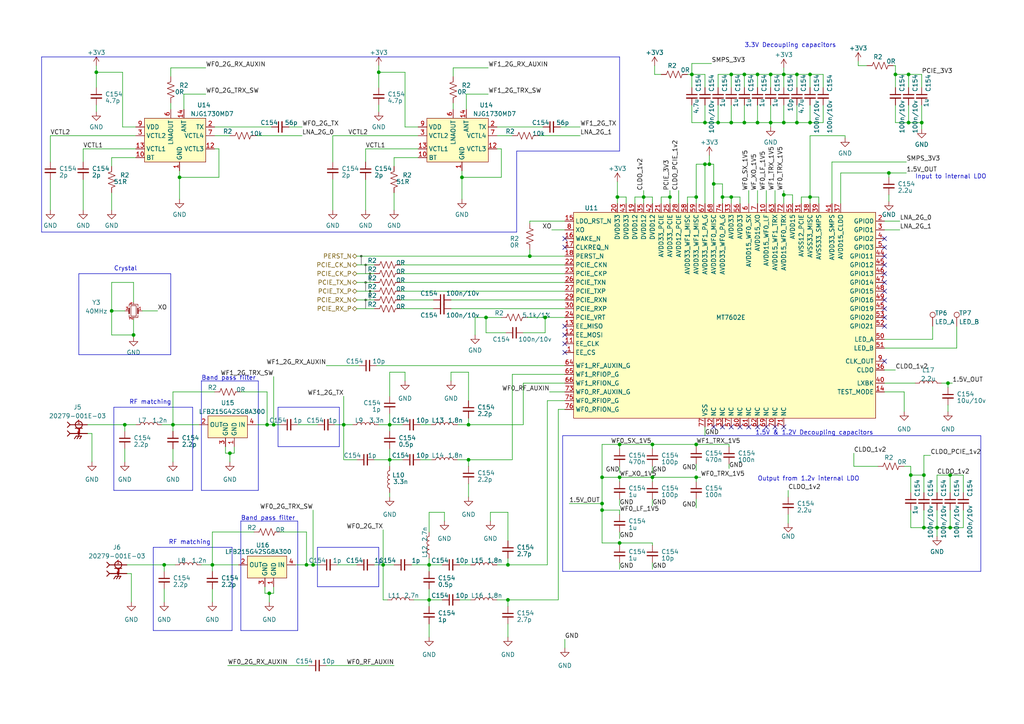
<source format=kicad_sch>
(kicad_sch (version 20230121) (generator eeschema)
  (paper "A4")
  (junction (at 174.625 138.43))
  (junction (at 212.09 57.15))
  (junction (at 113.03 123.19))
  (junction (at 124.46 163.83))
  (junction (at 219.71 21.59))
  (junction (at 271.78 153.035))
  (junction (at 32.385 90.17))
  (junction (at 219.71 35.56))
  (junction (at 231.14 21.59))
  (junction (at 50.165 123.19))
  (junction (at 209.55 57.15))
  (junction (at 212.09 35.56))
  (junction (at 223.52 35.56))
  (junction (at 200.66 21.59))
  (junction (at 201.93 57.15))
  (junction (at 267.97 137.795))
  (junction (at 215.9 35.56))
  (junction (at 88.9 163.83))
  (junction (at 99.695 123.19))
  (junction (at 267.335 35.56))
  (junction (at 223.52 21.59))
  (junction (at 109.855 20.955))
  (junction (at 201.93 128.905))
  (junction (at 212.09 21.59))
  (junction (at 124.46 173.99))
  (junction (at 263.525 35.56))
  (junction (at 234.95 21.59))
  (junction (at 189.23 138.43))
  (junction (at 153.67 74.295))
  (junction (at 267.97 153.035))
  (junction (at 158.115 92.075))
  (junction (at 207.01 53.34))
  (junction (at 38.735 97.155))
  (junction (at 179.705 128.905))
  (junction (at 204.47 47.625))
  (junction (at 205.74 47.625))
  (junction (at 133.985 51.435))
  (junction (at 52.07 51.435))
  (junction (at 194.31 57.15))
  (junction (at 208.28 35.56))
  (junction (at 201.93 138.43))
  (junction (at 27.94 20.955))
  (junction (at 227.33 21.59))
  (junction (at 274.955 111.125))
  (junction (at 231.14 35.56))
  (junction (at 179.07 57.15))
  (junction (at 78.105 172.085))
  (junction (at 257.81 50.165))
  (junction (at 189.23 128.905))
  (junction (at 77.47 123.19))
  (junction (at 263.525 21.59))
  (junction (at 90.805 163.83))
  (junction (at 79.375 123.19))
  (junction (at 140.97 92.075))
  (junction (at 135.89 123.19))
  (junction (at 113.03 133.35))
  (junction (at 111.125 163.83))
  (junction (at 179.705 138.43))
  (junction (at 204.47 35.56))
  (junction (at 264.16 137.795))
  (junction (at 47.625 163.83))
  (junction (at 135.89 133.35))
  (junction (at 174.625 146.05))
  (junction (at 227.33 35.56))
  (junction (at 259.715 21.59))
  (junction (at 147.32 163.83))
  (junction (at 227.33 56.515))
  (junction (at 186.69 57.15))
  (junction (at 234.95 57.15))
  (junction (at 275.59 137.795))
  (junction (at 215.9 21.59))
  (junction (at 66.675 131.445))
  (junction (at 234.95 35.56))
  (junction (at 275.59 153.035))
  (junction (at 179.705 157.48))
  (junction (at 147.32 173.99))
  (junction (at 36.195 123.19))
  (junction (at 174.625 147.955))
  (junction (at 61.595 163.83))
  (no_connect (at 163.83 99.695))
  (no_connect (at 209.55 123.825))
  (no_connect (at 219.71 123.825))
  (no_connect (at 256.54 89.535))
  (no_connect (at 256.54 81.915))
  (no_connect (at 212.09 123.825))
  (no_connect (at 163.83 69.215))
  (no_connect (at 256.54 94.615))
  (no_connect (at 256.54 86.995))
  (no_connect (at 256.54 69.215))
  (no_connect (at 256.54 104.775))
  (no_connect (at 222.25 123.825))
  (no_connect (at 256.54 74.295))
  (no_connect (at 163.83 71.755))
  (no_connect (at 256.54 92.075))
  (no_connect (at 256.54 79.375))
  (no_connect (at 163.83 97.155))
  (no_connect (at 207.01 123.825))
  (no_connect (at 214.63 123.825))
  (no_connect (at 163.83 102.235))
  (no_connect (at 227.33 123.825))
  (no_connect (at 256.54 76.835))
  (no_connect (at 224.79 123.825))
  (no_connect (at 256.54 71.755))
  (no_connect (at 163.83 94.615))
  (no_connect (at 256.54 84.455))
  (no_connect (at 217.17 123.825))
  (wire (pts (xy 147.32 163.83) (xy 158.75 163.83)))
  (wire (pts (xy 36.195 125.095) (xy 36.195 123.19)))
  (wire (pts (xy 179.07 59.055) (xy 179.07 57.15)))
  (wire (pts (xy 124.46 163.83) (xy 124.46 165.735)))
  (wire (pts (xy 90.805 163.83) (xy 92.71 163.83)))
  (wire (pts (xy 63.5 43.18) (xy 63.5 51.435)))
  (polyline (pts (xy 44.45 182.88) (xy 44.45 158.75)))
  (wire (pts (xy 224.79 55.245) (xy 224.79 59.055)))
  (wire (pts (xy 179.705 144.78) (xy 179.705 146.685)))
  (wire (pts (xy 189.23 135.255) (xy 189.23 137.16)))
  (wire (pts (xy 130.81 107.95) (xy 135.89 107.95)))
  (wire (pts (xy 109.855 20.955) (xy 109.855 25.4)))
  (wire (pts (xy 58.42 163.83) (xy 61.595 163.83)))
  (wire (pts (xy 204.47 21.59) (xy 204.47 25.4)))
  (wire (pts (xy 262.255 113.665) (xy 256.54 113.665)))
  (wire (pts (xy 52.07 51.435) (xy 52.07 57.785)))
  (wire (pts (xy 227.33 56.515) (xy 227.33 59.055)))
  (wire (pts (xy 78.105 172.085) (xy 78.105 174.625)))
  (wire (pts (xy 144.145 173.99) (xy 147.32 173.99)))
  (wire (pts (xy 222.25 55.245) (xy 222.25 59.055)))
  (wire (pts (xy 62.23 113.665) (xy 50.165 113.665)))
  (wire (pts (xy 179.705 154.305) (xy 179.705 156.21)))
  (wire (pts (xy 113.03 123.19) (xy 116.84 123.19)))
  (wire (pts (xy 201.93 134.62) (xy 201.93 136.525)))
  (wire (pts (xy 130.81 110.49) (xy 130.81 107.95)))
  (wire (pts (xy 199.39 21.59) (xy 200.66 21.59)))
  (polyline (pts (xy 92.075 170.18) (xy 109.855 170.18)))
  (polyline (pts (xy 69.85 151.13) (xy 69.85 151.13)))
  (wire (pts (xy 24.13 46.99) (xy 24.13 43.18)))
  (wire (pts (xy 194.31 57.15) (xy 194.31 59.055)))
  (wire (pts (xy 223.52 21.59) (xy 219.71 21.59)))
  (wire (pts (xy 133.35 173.99) (xy 136.525 173.99)))
  (wire (pts (xy 234.95 21.59) (xy 231.14 21.59)))
  (wire (pts (xy 135.89 140.335) (xy 135.89 144.145)))
  (wire (pts (xy 256.54 100.965) (xy 277.495 100.965)))
  (polyline (pts (xy 80.645 129.54) (xy 98.425 129.54)))
  (wire (pts (xy 174.625 138.43) (xy 179.705 138.43)))
  (wire (pts (xy 279.4 147.955) (xy 279.4 153.035)))
  (polyline (pts (xy 284.48 165.735) (xy 284.48 126.365)))
  (wire (pts (xy 179.705 157.48) (xy 174.625 157.48)))
  (wire (pts (xy 124.46 170.815) (xy 124.46 173.99)))
  (wire (pts (xy 274.955 111.125) (xy 276.225 111.125)))
  (wire (pts (xy 147.32 148.59) (xy 147.32 156.845)))
  (wire (pts (xy 257.81 50.165) (xy 262.89 50.165)))
  (wire (pts (xy 223.52 21.59) (xy 223.52 25.4)))
  (wire (pts (xy 144.145 39.37) (xy 148.59 39.37)))
  (wire (pts (xy 186.69 55.245) (xy 186.69 57.15)))
  (polyline (pts (xy 34.925 118.11) (xy 55.88 118.11)))
  (polyline (pts (xy 49.53 102.87) (xy 49.53 79.375)))
  (wire (pts (xy 108.585 163.83) (xy 111.125 163.83)))
  (polyline (pts (xy 58.42 142.24) (xy 74.93 142.24)))
  (wire (pts (xy 181.61 57.15) (xy 181.61 59.055)))
  (wire (pts (xy 267.97 137.795) (xy 267.97 142.875)))
  (wire (pts (xy 279.4 137.795) (xy 275.59 137.795)))
  (wire (pts (xy 147.32 173.99) (xy 161.925 173.99)))
  (wire (pts (xy 41.275 90.17) (xy 45.72 90.17)))
  (wire (pts (xy 74.295 123.19) (xy 77.47 123.19)))
  (wire (pts (xy 38.735 92.71) (xy 38.735 97.155)))
  (wire (pts (xy 227.33 30.48) (xy 227.33 35.56)))
  (wire (pts (xy 96.52 52.07) (xy 96.52 60.96)))
  (wire (pts (xy 130.81 89.535) (xy 163.83 89.535)))
  (wire (pts (xy 271.78 153.035) (xy 267.97 153.035)))
  (polyline (pts (xy 179.705 43.815) (xy 179.705 16.51)))
  (wire (pts (xy 135.255 27.305) (xy 135.255 31.75)))
  (wire (pts (xy 262.255 135.255) (xy 264.16 135.255)))
  (wire (pts (xy 215.9 35.56) (xy 219.71 35.56)))
  (wire (pts (xy 109.22 106.045) (xy 163.83 106.045)))
  (wire (pts (xy 32.385 90.17) (xy 32.385 97.155)))
  (wire (pts (xy 117.475 107.95) (xy 117.475 110.49)))
  (wire (pts (xy 113.03 130.175) (xy 113.03 133.35)))
  (wire (pts (xy 158.75 163.83) (xy 158.75 116.205)))
  (wire (pts (xy 66.04 193.04) (xy 89.535 193.04)))
  (wire (pts (xy 204.47 47.625) (xy 205.74 47.625)))
  (wire (pts (xy 49.53 19.685) (xy 49.53 22.225)))
  (wire (pts (xy 158.115 96.52) (xy 158.115 92.075)))
  (wire (pts (xy 212.09 59.055) (xy 212.09 57.15)))
  (wire (pts (xy 36.83 163.83) (xy 47.625 163.83)))
  (wire (pts (xy 212.09 35.56) (xy 208.28 35.56)))
  (wire (pts (xy 133.985 49.53) (xy 133.985 51.435)))
  (polyline (pts (xy 12.065 16.51) (xy 179.705 16.51)))
  (wire (pts (xy 241.3 46.99) (xy 241.3 59.055)))
  (wire (pts (xy 256.54 66.675) (xy 260.985 66.675)))
  (wire (pts (xy 243.84 50.165) (xy 257.81 50.165)))
  (polyline (pts (xy 98.425 129.54) (xy 98.425 118.11)))
  (wire (pts (xy 159.385 113.665) (xy 163.83 113.665)))
  (wire (pts (xy 32.385 48.26) (xy 32.385 45.72)))
  (wire (pts (xy 209.55 57.15) (xy 209.55 59.055)))
  (wire (pts (xy 46.99 123.19) (xy 50.165 123.19)))
  (wire (pts (xy 32.385 90.17) (xy 36.195 90.17)))
  (wire (pts (xy 267.335 25.4) (xy 267.335 21.59)))
  (wire (pts (xy 135.89 123.19) (xy 151.765 123.19)))
  (wire (pts (xy 184.15 59.055) (xy 184.15 57.15)))
  (wire (pts (xy 52.07 49.53) (xy 52.07 51.435)))
  (wire (pts (xy 174.625 128.905) (xy 179.705 128.905)))
  (polyline (pts (xy 80.645 118.11) (xy 98.425 118.11)))
  (wire (pts (xy 247.65 131.445) (xy 247.65 135.255)))
  (wire (pts (xy 50.165 130.175) (xy 50.165 133.985)))
  (wire (pts (xy 201.93 144.78) (xy 201.93 147.32)))
  (wire (pts (xy 94.615 193.04) (xy 114.3 193.04)))
  (wire (pts (xy 14.605 46.99) (xy 14.605 39.37)))
  (wire (pts (xy 275.59 147.955) (xy 275.59 153.035)))
  (polyline (pts (xy 55.88 142.24) (xy 33.02 142.24)))
  (wire (pts (xy 131.445 19.685) (xy 131.445 22.225)))
  (wire (pts (xy 35.56 36.83) (xy 35.56 20.955)))
  (wire (pts (xy 99.695 133.35) (xy 103.505 133.35)))
  (wire (pts (xy 238.76 35.56) (xy 234.95 35.56)))
  (wire (pts (xy 97.79 163.83) (xy 103.505 163.83)))
  (wire (pts (xy 135.89 133.35) (xy 135.89 135.255)))
  (wire (pts (xy 179.705 138.43) (xy 189.23 138.43)))
  (wire (pts (xy 259.715 19.05) (xy 259.715 21.59)))
  (wire (pts (xy 257.81 51.435) (xy 257.81 50.165)))
  (wire (pts (xy 231.14 30.48) (xy 231.14 35.56)))
  (wire (pts (xy 27.94 19.05) (xy 27.94 20.955)))
  (wire (pts (xy 86.36 123.19) (xy 92.075 123.19)))
  (wire (pts (xy 79.375 123.19) (xy 81.28 123.19)))
  (polyline (pts (xy 109.855 170.18) (xy 109.855 158.75)))
  (wire (pts (xy 38.735 81.915) (xy 38.735 87.63)))
  (wire (pts (xy 147.32 180.975) (xy 147.32 184.785)))
  (polyline (pts (xy 74.93 142.24) (xy 74.93 110.49)))
  (wire (pts (xy 214.63 59.055) (xy 214.63 57.15)))
  (wire (pts (xy 65.405 131.445) (xy 66.675 131.445)))
  (wire (pts (xy 189.865 19.05) (xy 189.865 21.59)))
  (wire (pts (xy 141.605 19.685) (xy 131.445 19.685)))
  (wire (pts (xy 116.205 79.375) (xy 163.83 79.375)))
  (polyline (pts (xy 33.02 118.11) (xy 34.925 118.11)))
  (wire (pts (xy 103.505 76.835) (xy 108.585 76.835)))
  (wire (pts (xy 74.295 39.37) (xy 87.63 39.37)))
  (wire (pts (xy 62.23 39.37) (xy 66.675 39.37)))
  (wire (pts (xy 232.41 57.15) (xy 234.95 57.15)))
  (wire (pts (xy 50.165 123.19) (xy 57.785 123.19)))
  (wire (pts (xy 77.47 113.665) (xy 77.47 123.19)))
  (wire (pts (xy 229.87 59.055) (xy 229.87 56.515)))
  (wire (pts (xy 99.695 114.935) (xy 99.695 123.19)))
  (wire (pts (xy 90.805 147.955) (xy 90.805 163.83)))
  (wire (pts (xy 186.69 57.15) (xy 186.69 59.055)))
  (wire (pts (xy 14.605 52.07) (xy 14.605 60.96)))
  (wire (pts (xy 165.1 146.05) (xy 174.625 146.05)))
  (polyline (pts (xy 33.02 142.24) (xy 33.02 118.11)))
  (wire (pts (xy 61.595 170.815) (xy 61.595 174.625)))
  (wire (pts (xy 227.33 21.59) (xy 223.52 21.59)))
  (wire (pts (xy 264.16 142.875) (xy 264.16 137.795)))
  (wire (pts (xy 161.925 118.745) (xy 161.925 173.99)))
  (wire (pts (xy 234.95 21.59) (xy 234.95 25.4)))
  (wire (pts (xy 189.23 144.78) (xy 189.23 146.685)))
  (wire (pts (xy 135.89 123.19) (xy 132.715 123.19)))
  (wire (pts (xy 142.24 148.59) (xy 147.32 148.59)))
  (wire (pts (xy 85.725 163.83) (xy 88.9 163.83)))
  (wire (pts (xy 212.09 30.48) (xy 212.09 35.56)))
  (wire (pts (xy 262.255 119.38) (xy 262.255 113.665)))
  (wire (pts (xy 113.03 107.95) (xy 117.475 107.95)))
  (wire (pts (xy 103.505 81.915) (xy 108.585 81.915)))
  (polyline (pts (xy 163.195 126.365) (xy 163.195 165.735)))
  (wire (pts (xy 264.16 153.035) (xy 264.16 147.955)))
  (wire (pts (xy 189.23 157.48) (xy 179.705 157.48)))
  (polyline (pts (xy 67.31 158.75) (xy 67.31 182.88)))
  (wire (pts (xy 103.505 74.295) (xy 153.67 74.295)))
  (wire (pts (xy 201.93 138.43) (xy 189.23 138.43)))
  (wire (pts (xy 273.05 111.125) (xy 274.955 111.125)))
  (wire (pts (xy 83.82 36.83) (xy 87.63 36.83)))
  (wire (pts (xy 133.985 51.435) (xy 133.985 57.785)))
  (wire (pts (xy 32.385 55.88) (xy 32.385 60.96)))
  (wire (pts (xy 211.455 128.905) (xy 201.93 128.905)))
  (wire (pts (xy 231.14 21.59) (xy 231.14 25.4)))
  (wire (pts (xy 206.375 18.415) (xy 200.66 18.415)))
  (wire (pts (xy 27.94 20.955) (xy 35.56 20.955)))
  (wire (pts (xy 247.65 135.255) (xy 254.635 135.255)))
  (wire (pts (xy 267.335 37.465) (xy 267.335 35.56)))
  (wire (pts (xy 50.165 113.665) (xy 50.165 123.19)))
  (wire (pts (xy 219.71 55.245) (xy 219.71 59.055)))
  (wire (pts (xy 263.525 30.48) (xy 263.525 35.56)))
  (wire (pts (xy 219.71 21.59) (xy 219.71 25.4)))
  (wire (pts (xy 26.67 133.985) (xy 26.67 125.73)))
  (wire (pts (xy 274.955 117.475) (xy 274.955 119.38)))
  (wire (pts (xy 113.03 133.35) (xy 113.03 135.255)))
  (wire (pts (xy 212.09 21.59) (xy 208.28 21.59)))
  (wire (pts (xy 227.33 55.245) (xy 227.33 56.515)))
  (wire (pts (xy 99.695 123.19) (xy 102.235 123.19)))
  (wire (pts (xy 53.34 27.305) (xy 53.34 31.75)))
  (wire (pts (xy 114.3 55.88) (xy 114.3 60.96)))
  (wire (pts (xy 259.715 21.59) (xy 259.715 25.4)))
  (wire (pts (xy 201.93 57.15) (xy 201.93 59.055)))
  (polyline (pts (xy 58.42 110.49) (xy 58.42 142.24)))
  (wire (pts (xy 38.735 81.915) (xy 32.385 81.915)))
  (wire (pts (xy 257.81 56.515) (xy 257.81 58.42)))
  (wire (pts (xy 121.92 133.35) (xy 125.095 133.35)))
  (wire (pts (xy 103.505 89.535) (xy 108.585 89.535)))
  (wire (pts (xy 27.94 30.48) (xy 27.94 32.385)))
  (wire (pts (xy 267.97 147.955) (xy 267.97 153.035)))
  (wire (pts (xy 267.335 35.56) (xy 263.525 35.56)))
  (wire (pts (xy 215.9 21.59) (xy 215.9 25.4)))
  (wire (pts (xy 215.9 30.48) (xy 215.9 35.56)))
  (wire (pts (xy 117.475 36.83) (xy 117.475 20.955)))
  (wire (pts (xy 73.66 154.305) (xy 61.595 154.305)))
  (wire (pts (xy 103.505 79.375) (xy 108.585 79.375)))
  (wire (pts (xy 158.75 116.205) (xy 163.83 116.205)))
  (wire (pts (xy 113.03 123.19) (xy 113.03 125.095)))
  (wire (pts (xy 156.21 39.37) (xy 168.275 39.37)))
  (polyline (pts (xy 22.86 79.375) (xy 49.53 79.375)))
  (wire (pts (xy 111.125 173.99) (xy 111.125 163.83)))
  (wire (pts (xy 131.445 29.845) (xy 131.445 31.75)))
  (wire (pts (xy 209.55 53.34) (xy 207.01 53.34)))
  (wire (pts (xy 214.63 57.15) (xy 212.09 57.15)))
  (wire (pts (xy 189.23 128.905) (xy 189.23 130.175)))
  (wire (pts (xy 263.525 21.59) (xy 267.335 21.59)))
  (wire (pts (xy 94.615 106.045) (xy 104.14 106.045)))
  (wire (pts (xy 204.47 21.59) (xy 200.66 21.59)))
  (wire (pts (xy 174.625 157.48) (xy 174.625 147.955)))
  (polyline (pts (xy 12.065 67.31) (xy 149.86 67.31)))
  (wire (pts (xy 196.85 55.245) (xy 196.85 59.055)))
  (wire (pts (xy 124.46 173.99) (xy 128.27 173.99)))
  (wire (pts (xy 137.795 97.155) (xy 137.795 92.075)))
  (polyline (pts (xy 22.86 79.375) (xy 22.86 102.87)))
  (wire (pts (xy 49.53 29.845) (xy 49.53 31.75)))
  (wire (pts (xy 142.24 151.13) (xy 142.24 148.59)))
  (polyline (pts (xy 74.93 110.49) (xy 58.42 110.49)))
  (wire (pts (xy 135.89 121.285) (xy 135.89 123.19)))
  (wire (pts (xy 189.23 163.195) (xy 189.23 165.1)))
  (wire (pts (xy 234.95 39.37) (xy 245.11 39.37)))
  (wire (pts (xy 223.52 35.56) (xy 219.71 35.56)))
  (wire (pts (xy 59.69 27.305) (xy 53.34 27.305)))
  (wire (pts (xy 135.89 133.35) (xy 148.59 133.35)))
  (wire (pts (xy 219.71 21.59) (xy 215.9 21.59)))
  (wire (pts (xy 124.46 163.83) (xy 128.27 163.83)))
  (wire (pts (xy 179.705 128.905) (xy 179.705 130.175)))
  (wire (pts (xy 201.93 138.43) (xy 203.2 138.43)))
  (wire (pts (xy 109.855 123.19) (xy 113.03 123.19)))
  (wire (pts (xy 148.59 108.585) (xy 148.59 133.35)))
  (wire (pts (xy 147.32 163.83) (xy 144.145 163.83)))
  (wire (pts (xy 201.93 129.54) (xy 201.93 128.905)))
  (wire (pts (xy 232.41 59.055) (xy 232.41 57.15)))
  (wire (pts (xy 248.92 17.78) (xy 248.92 19.05)))
  (wire (pts (xy 204.47 47.625) (xy 204.47 59.055)))
  (wire (pts (xy 259.715 30.48) (xy 259.715 35.56)))
  (wire (pts (xy 124.46 161.925) (xy 124.46 163.83)))
  (wire (pts (xy 128.905 148.59) (xy 128.905 151.13)))
  (wire (pts (xy 116.205 86.995) (xy 125.73 86.995)))
  (wire (pts (xy 120.015 173.99) (xy 124.46 173.99)))
  (wire (pts (xy 275.59 137.795) (xy 271.78 137.795)))
  (wire (pts (xy 271.78 155.575) (xy 271.78 153.035)))
  (wire (pts (xy 96.52 46.99) (xy 96.52 39.37)))
  (polyline (pts (xy 92.075 158.75) (xy 109.855 158.75)))
  (wire (pts (xy 130.81 86.995) (xy 163.83 86.995)))
  (wire (pts (xy 227.33 21.59) (xy 227.33 25.4)))
  (polyline (pts (xy 58.42 110.49) (xy 58.42 110.49)))
  (wire (pts (xy 124.46 173.99) (xy 124.46 175.895)))
  (wire (pts (xy 279.4 137.795) (xy 279.4 142.875)))
  (wire (pts (xy 106.045 52.07) (xy 106.045 60.96)))
  (wire (pts (xy 179.07 52.705) (xy 179.07 57.15)))
  (wire (pts (xy 238.76 21.59) (xy 238.76 25.4)))
  (wire (pts (xy 88.9 163.83) (xy 90.805 163.83)))
  (wire (pts (xy 256.54 64.135) (xy 260.985 64.135)))
  (wire (pts (xy 227.33 35.56) (xy 223.52 35.56)))
  (wire (pts (xy 162.56 36.83) (xy 168.275 36.83)))
  (wire (pts (xy 116.205 89.535) (xy 125.73 89.535)))
  (wire (pts (xy 201.93 128.905) (xy 189.23 128.905)))
  (wire (pts (xy 200.66 21.59) (xy 200.66 25.4)))
  (wire (pts (xy 238.76 30.48) (xy 238.76 35.56)))
  (wire (pts (xy 200.66 18.415) (xy 200.66 21.59)))
  (wire (pts (xy 124.46 154.305) (xy 124.46 148.59)))
  (wire (pts (xy 186.69 57.15) (xy 189.23 57.15)))
  (wire (pts (xy 201.93 139.7) (xy 201.93 138.43)))
  (polyline (pts (xy 80.645 118.11) (xy 80.645 129.54)))
  (wire (pts (xy 269.875 132.08) (xy 267.97 132.08)))
  (wire (pts (xy 103.505 84.455) (xy 108.585 84.455)))
  (wire (pts (xy 209.55 53.34) (xy 209.55 57.15)))
  (wire (pts (xy 67.945 131.445) (xy 66.675 131.445)))
  (wire (pts (xy 215.9 21.59) (xy 212.09 21.59)))
  (wire (pts (xy 147.32 173.99) (xy 147.32 175.895)))
  (polyline (pts (xy 22.86 102.87) (xy 49.53 102.87)))
  (wire (pts (xy 179.705 147.955) (xy 174.625 147.955)))
  (wire (pts (xy 61.595 154.305) (xy 61.595 163.83)))
  (polyline (pts (xy 86.36 182.88) (xy 86.36 151.13)))
  (wire (pts (xy 124.46 180.975) (xy 124.46 184.785)))
  (wire (pts (xy 238.76 21.59) (xy 234.95 21.59)))
  (wire (pts (xy 275.59 153.035) (xy 271.78 153.035)))
  (wire (pts (xy 111.125 163.83) (xy 114.3 163.83)))
  (wire (pts (xy 113.03 107.95) (xy 113.03 114.935)))
  (wire (pts (xy 228.6 149.225) (xy 228.6 151.765)))
  (polyline (pts (xy 12.065 16.51) (xy 12.065 67.31)))
  (wire (pts (xy 61.595 163.83) (xy 69.215 163.83)))
  (wire (pts (xy 116.205 76.835) (xy 163.83 76.835)))
  (wire (pts (xy 113.03 120.015) (xy 113.03 123.19)))
  (wire (pts (xy 141.605 27.305) (xy 135.255 27.305)))
  (wire (pts (xy 67.945 129.54) (xy 67.945 131.445)))
  (wire (pts (xy 189.23 158.115) (xy 189.23 157.48)))
  (wire (pts (xy 208.28 35.56) (xy 204.47 35.56)))
  (wire (pts (xy 38.1 174.625) (xy 38.1 166.37)))
  (wire (pts (xy 231.14 35.56) (xy 227.33 35.56)))
  (wire (pts (xy 279.4 153.035) (xy 275.59 153.035)))
  (wire (pts (xy 39.37 36.83) (xy 35.56 36.83)))
  (wire (pts (xy 116.205 84.455) (xy 163.83 84.455)))
  (wire (pts (xy 256.54 107.315) (xy 259.715 107.315)))
  (wire (pts (xy 179.705 158.115) (xy 179.705 157.48)))
  (polyline (pts (xy 44.45 158.75) (xy 46.355 158.75)))
  (wire (pts (xy 147.32 161.925) (xy 147.32 163.83)))
  (wire (pts (xy 275.59 137.795) (xy 275.59 142.875)))
  (wire (pts (xy 66.675 131.445) (xy 66.675 133.985)))
  (wire (pts (xy 47.625 163.83) (xy 50.8 163.83)))
  (wire (pts (xy 158.115 92.075) (xy 163.83 92.075)))
  (wire (pts (xy 151.765 96.52) (xy 158.115 96.52)))
  (wire (pts (xy 270.51 98.425) (xy 256.54 98.425)))
  (wire (pts (xy 277.495 100.965) (xy 277.495 94.615)))
  (wire (pts (xy 62.23 43.18) (xy 63.5 43.18)))
  (wire (pts (xy 274.955 111.125) (xy 274.955 112.395)))
  (wire (pts (xy 163.83 185.42) (xy 163.83 187.96)))
  (wire (pts (xy 116.205 81.915) (xy 163.83 81.915)))
  (wire (pts (xy 61.595 163.83) (xy 61.595 165.735)))
  (wire (pts (xy 234.95 35.56) (xy 231.14 35.56)))
  (wire (pts (xy 36.195 123.19) (xy 39.37 123.19)))
  (wire (pts (xy 199.39 59.055) (xy 199.39 57.15)))
  (polyline (pts (xy 92.075 158.75) (xy 92.075 170.18)))
  (wire (pts (xy 25.4 123.19) (xy 36.195 123.19)))
  (wire (pts (xy 237.49 59.055) (xy 237.49 57.15)))
  (wire (pts (xy 145.415 51.435) (xy 133.985 51.435)))
  (wire (pts (xy 207.01 53.34) (xy 207.01 59.055)))
  (wire (pts (xy 153.67 64.135) (xy 163.83 64.135)))
  (wire (pts (xy 227.33 19.685) (xy 227.33 21.59)))
  (wire (pts (xy 140.97 92.075) (xy 145.415 92.075)))
  (wire (pts (xy 50.165 123.19) (xy 50.165 125.095)))
  (wire (pts (xy 153.67 74.295) (xy 163.83 74.295)))
  (wire (pts (xy 179.705 135.255) (xy 179.705 137.16)))
  (wire (pts (xy 200.66 35.56) (xy 200.66 30.48)))
  (wire (pts (xy 271.78 147.955) (xy 271.78 153.035)))
  (wire (pts (xy 113.03 133.35) (xy 116.84 133.35)))
  (wire (pts (xy 137.795 92.075) (xy 140.97 92.075)))
  (wire (pts (xy 201.93 47.625) (xy 204.47 47.625)))
  (polyline (pts (xy 149.86 67.31) (xy 149.86 43.815)))
  (wire (pts (xy 106.045 46.99) (xy 106.045 43.18)))
  (wire (pts (xy 163.83 118.745) (xy 161.925 118.745)))
  (wire (pts (xy 65.405 129.54) (xy 65.405 131.445)))
  (wire (pts (xy 219.71 30.48) (xy 219.71 35.56)))
  (wire (pts (xy 237.49 57.15) (xy 234.95 57.15)))
  (wire (pts (xy 113.03 142.875) (xy 113.03 144.145)))
  (polyline (pts (xy 69.85 151.13) (xy 69.85 182.88)))
  (wire (pts (xy 121.285 36.83) (xy 117.475 36.83)))
  (wire (pts (xy 211.455 134.62) (xy 211.455 135.89)))
  (wire (pts (xy 201.93 47.625) (xy 201.93 57.15)))
  (wire (pts (xy 179.705 128.905) (xy 189.23 128.905)))
  (wire (pts (xy 189.865 21.59) (xy 191.77 21.59)))
  (wire (pts (xy 174.625 138.43) (xy 174.625 128.905)))
  (wire (pts (xy 119.38 163.83) (xy 124.46 163.83)))
  (wire (pts (xy 63.5 51.435) (xy 52.07 51.435)))
  (wire (pts (xy 97.155 123.19) (xy 99.695 123.19)))
  (wire (pts (xy 109.855 20.955) (xy 117.475 20.955)))
  (wire (pts (xy 47.625 165.735) (xy 47.625 163.83)))
  (wire (pts (xy 264.16 135.255) (xy 264.16 137.795)))
  (wire (pts (xy 259.715 21.59) (xy 263.525 21.59)))
  (wire (pts (xy 229.87 56.515) (xy 227.33 56.515)))
  (wire (pts (xy 245.11 39.37) (xy 245.11 40.005)))
  (wire (pts (xy 26.67 125.73) (xy 25.4 125.73)))
  (polyline (pts (xy 86.36 151.13) (xy 69.85 151.13)))
  (wire (pts (xy 191.77 59.055) (xy 191.77 57.15)))
  (wire (pts (xy 256.54 111.125) (xy 265.43 111.125)))
  (wire (pts (xy 223.52 30.48) (xy 223.52 35.56)))
  (wire (pts (xy 32.385 97.155) (xy 38.735 97.155)))
  (wire (pts (xy 144.145 36.83) (xy 157.48 36.83)))
  (wire (pts (xy 77.47 123.19) (xy 79.375 123.19)))
  (wire (pts (xy 189.23 139.7) (xy 189.23 138.43)))
  (wire (pts (xy 135.89 107.95) (xy 135.89 116.205)))
  (wire (pts (xy 271.78 137.795) (xy 271.78 142.875)))
  (wire (pts (xy 189.23 57.15) (xy 189.23 59.055)))
  (wire (pts (xy 179.07 57.15) (xy 181.61 57.15)))
  (wire (pts (xy 211.455 129.54) (xy 211.455 128.905)))
  (polyline (pts (xy 163.195 165.735) (xy 284.48 165.735)))
  (wire (pts (xy 27.94 25.4) (xy 27.94 20.955)))
  (wire (pts (xy 267.97 153.035) (xy 264.16 153.035)))
  (wire (pts (xy 199.39 57.15) (xy 201.93 57.15)))
  (wire (pts (xy 32.385 45.72) (xy 39.37 45.72)))
  (wire (pts (xy 24.13 52.07) (xy 24.13 60.96)))
  (polyline (pts (xy 46.355 158.75) (xy 67.31 158.75)))
  (wire (pts (xy 234.95 57.15) (xy 234.95 39.37)))
  (wire (pts (xy 79.375 109.22) (xy 79.375 123.19)))
  (wire (pts (xy 207.01 47.625) (xy 205.74 47.625)))
  (polyline (pts (xy 67.31 182.88) (xy 44.45 182.88)))
  (wire (pts (xy 81.28 154.305) (xy 88.9 154.305)))
  (wire (pts (xy 234.95 59.055) (xy 234.95 57.15)))
  (wire (pts (xy 59.69 19.685) (xy 49.53 19.685)))
  (wire (pts (xy 69.85 113.665) (xy 77.47 113.665)))
  (wire (pts (xy 174.625 146.05) (xy 174.625 138.43)))
  (wire (pts (xy 212.09 57.15) (xy 209.55 57.15)))
  (wire (pts (xy 204.47 35.56) (xy 200.66 35.56)))
  (wire (pts (xy 184.15 57.15) (xy 186.69 57.15)))
  (wire (pts (xy 267.97 132.08) (xy 267.97 137.795)))
  (wire (pts (xy 24.13 43.18) (xy 39.37 43.18)))
  (wire (pts (xy 76.835 172.085) (xy 78.105 172.085)))
  (wire (pts (xy 248.92 19.05) (xy 251.46 19.05)))
  (wire (pts (xy 191.77 57.15) (xy 194.31 57.15)))
  (polyline (pts (xy 149.86 43.815) (xy 179.705 43.815)))
  (wire (pts (xy 259.08 19.05) (xy 259.715 19.05)))
  (wire (pts (xy 121.92 123.19) (xy 125.095 123.19)))
  (wire (pts (xy 14.605 39.37) (xy 39.37 39.37)))
  (wire (pts (xy 153.67 64.77) (xy 153.67 64.135)))
  (wire (pts (xy 174.625 147.955) (xy 174.625 146.05)))
  (wire (pts (xy 38.1 166.37) (xy 36.83 166.37)))
  (wire (pts (xy 108.585 133.35) (xy 113.03 133.35)))
  (wire (pts (xy 144.145 43.18) (xy 145.415 43.18)))
  (wire (pts (xy 215.9 35.56) (xy 212.09 35.56)))
  (wire (pts (xy 76.835 170.18) (xy 76.835 172.085)))
  (wire (pts (xy 264.16 137.795) (xy 267.97 137.795)))
  (wire (pts (xy 114.3 45.72) (xy 121.285 45.72)))
  (wire (pts (xy 124.46 148.59) (xy 128.905 148.59)))
  (wire (pts (xy 241.3 46.99) (xy 262.89 46.99)))
  (wire (pts (xy 153.67 72.39) (xy 153.67 74.295)))
  (wire (pts (xy 79.375 170.18) (xy 79.375 172.085)))
  (wire (pts (xy 217.17 55.245) (xy 217.17 59.055)))
  (wire (pts (xy 208.28 30.48) (xy 208.28 35.56)))
  (wire (pts (xy 204.47 30.48) (xy 204.47 35.56)))
  (wire (pts (xy 112.395 173.99) (xy 111.125 173.99)))
  (wire (pts (xy 179.705 149.225) (xy 179.705 147.955)))
  (wire (pts (xy 109.855 19.05) (xy 109.855 20.955)))
  (wire (pts (xy 145.415 43.18) (xy 145.415 51.435)))
  (wire (pts (xy 194.31 57.15) (xy 194.31 55.245)))
  (wire (pts (xy 212.09 21.59) (xy 212.09 25.4)))
  (wire (pts (xy 106.045 43.18) (xy 121.285 43.18)))
  (wire (pts (xy 62.23 36.83) (xy 78.74 36.83)))
  (wire (pts (xy 148.59 108.585) (xy 163.83 108.585)))
  (wire (pts (xy 103.505 86.995) (xy 108.585 86.995)))
  (wire (pts (xy 163.83 111.125) (xy 151.765 111.125)))
  (polyline (pts (xy 55.88 118.11) (xy 55.88 142.24)))
  (wire (pts (xy 111.125 153.67) (xy 111.125 163.83)))
  (polyline (pts (xy 69.85 182.88) (xy 86.36 182.88)))
  (wire (pts (xy 243.84 50.165) (xy 243.84 59.055)))
  (wire (pts (xy 267.335 30.48) (xy 267.335 35.56)))
  (wire (pts (xy 179.705 138.43) (xy 179.705 139.7)))
  (wire (pts (xy 96.52 39.37) (xy 121.285 39.37)))
  (wire (pts (xy 88.9 154.305) (xy 88.9 163.83)))
  (wire (pts (xy 228.6 142.24) (xy 228.6 144.145)))
  (wire (pts (xy 231.14 21.59) (xy 227.33 21.59)))
  (wire (pts (xy 234.95 30.48) (xy 234.95 35.56)))
  (wire (pts (xy 132.715 133.35) (xy 135.89 133.35)))
  (wire (pts (xy 207.01 53.34) (xy 207.01 47.625)))
  (wire (pts (xy 47.625 170.815) (xy 47.625 174.625)))
  (wire (pts (xy 205.74 45.085) (xy 205.74 47.625)))
  (wire (pts (xy 151.765 111.125) (xy 151.765 123.19)))
  (wire (pts (xy 204.47 123.825) (xy 204.47 126.365)))
  (wire (pts (xy 133.35 163.83) (xy 136.525 163.83)))
  (wire (pts (xy 160.02 66.675) (xy 163.83 66.675)))
  (wire (pts (xy 223.52 35.56) (xy 223.52 36.83)))
  (polyline (pts (xy 163.195 126.365) (xy 284.48 126.365)))
  (wire (pts (xy 270.51 94.615) (xy 270.51 98.425)))
  (wire (pts (xy 99.695 133.35) (xy 99.695 123.19)))
  (wire (pts (xy 179.705 163.195) (xy 179.705 165.1)))
  (wire (pts (xy 263.525 25.4) (xy 263.525 21.59)))
  (wire (pts (xy 263.525 35.56) (xy 259.715 35.56)))
  (wire (pts (xy 109.855 30.48) (xy 109.855 32.385)))
  (wire (pts (xy 153.035 92.075) (xy 158.115 92.075)))
  (wire (pts (xy 36.195 130.175) (xy 36.195 133.985)))
  (wire (pts (xy 38.735 97.155) (xy 38.735 97.79)))
  (wire (pts (xy 140.97 96.52) (xy 140.97 92.075)))
  (wire (pts (xy 208.28 21.59) (xy 208.28 25.4)))
  (wire (pts (xy 146.685 96.52) (xy 140.97 96.52)))
  (wire (pts (xy 32.385 81.915) (xy 32.385 90.17)))
  (wire (pts (xy 114.3 48.26) (xy 114.3 45.72)))
  (wire (pts (xy 79.375 172.085) (xy 78.105 172.085)))
  (text "Band pass filter" (at 58.42 110.49 0) (effects (font (size 1.27 1.27)) (justify left bottom)))
  (text "RF matching" (at 37.465 117.475 0) (effects (font (size 1.27 1.27)) (justify left bottom)))
  (text "3.3V Decoupling capacitors" (at 215.9 13.97 0) (effects (font (size 1.27 1.27)) (justify left bottom)))
  (text "Input to internal LDO" (at 265.43 52.07 0) (effects (font (size 1.27 1.27)) (justify left bottom)))
  (text "Crystal" (at 33.02 78.74 0) (effects (font (size 1.27 1.27)) (justify left bottom)))
  (text "Band pass filter" (at 69.85 151.13 0) (effects (font (size 1.27 1.27)) (justify left bottom)))
  (text "RF matching" (at 48.895 158.115 0) (effects (font (size 1.27 1.27)) (justify left bottom)))
  (text "Output from 1.2v internal LDO" (at 219.71 139.7 0) (effects (font (size 1.27 1.27)) (justify left bottom)))
  (text "1.5V & 1.2V Decoupling capacitors" (at 219.075 126.365 0) (effects (font (size 1.27 1.27)) (justify left bottom)))
  (label "WF1_2G_TRX_SW" (at 141.605 27.305 0))
  (label "VCTL1" (at 106.045 43.18 0))
  (label "WF0_2G_TRX_SW" (at 59.69 27.305 0))
  (label "GND" (at 179.705 146.685 0))
  (label "1.5V_OUT" (at 262.89 50.165 0))
  (label "WF1_TRX_1V5" (at 224.79 55.245 90))
  (label "GND" (at 163.83 185.42 0))
  (label "WF1_2G_TRX_SW" (at 79.375 109.22 180))
  (label "WF0_2G_RX_AUXIN" (at 66.04 193.04 0))
  (label "WF1_2G_RX_AUXIN" (at 141.605 19.685 0))
  (label "CLDO_PCIE_1v2" (at 269.875 132.08 0))
  (label "WF0_TRX_1V5" (at 203.2 138.43 0))
  (label "WF0_RF_AUXIN" (at 114.3 193.04 180))
  (label "GND" (at 189.23 146.685 0))
  (label "WF0_2G_TRX_SW" (at 90.805 147.955 180))
  (label "CLDO_1v2" (at 228.6 142.24 0))
  (label "PCIE_3V3" (at 194.31 55.245 90))
  (label "XO" (at 160.02 66.675 180))
  (label "XO" (at 45.72 90.17 0))
  (label "WF0_SX_1V5" (at 217.17 55.245 90))
  (label "GND" (at 211.455 135.89 0))
  (label "GND" (at 179.705 156.21 0))
  (label "VCTL2" (at 14.605 39.37 0))
  (label "WF1_2G_TX" (at 168.275 36.83 0))
  (label "GND" (at 189.23 137.16 0))
  (label "WF0_LF_1V5" (at 179.705 148.59 0))
  (label "CLDO_1v2" (at 271.78 137.795 0))
  (label "WF0_SX_1V5" (at 177.165 128.905 0))
  (label "WF_XO_1V5" (at 219.71 55.245 90))
  (label "LNA_2G_0" (at 87.63 39.37 0))
  (label "GND" (at 201.93 147.32 180))
  (label "GND" (at 189.23 165.1 0))
  (label "WF0_RF_AUXIN" (at 159.385 113.665 180))
  (label "VCTL2" (at 100.965 39.37 0))
  (label "WF0_LF_1V5" (at 222.25 55.245 90))
  (label "WF1_2G_RX_AUXIN" (at 94.615 106.045 180))
  (label "WFO_2G_TX" (at 87.63 36.83 0))
  (label "SMPS_3V3" (at 206.375 18.415 0))
  (label "CLDO_1v2" (at 247.65 131.445 0))
  (label "VCTL1" (at 24.13 43.18 0))
  (label "CLDO_1v2" (at 259.715 107.315 0))
  (label "CLDO_PCIE_1v2" (at 196.85 55.245 90))
  (label "WF1_2G_TX" (at 99.695 114.935 180))
  (label "LNA_2G_1" (at 168.275 39.37 0))
  (label "GND" (at 179.705 137.16 180))
  (label "GND" (at 201.93 136.525 180))
  (label "PCIE_3V3" (at 267.335 21.59 0))
  (label "WF0_2G_RX_AUXIN" (at 59.69 19.685 0))
  (label "SMPS_3V3" (at 262.89 46.99 0))
  (label "GND" (at 179.705 165.1 0))
  (label "WF_XO_1V5" (at 179.705 138.43 0))
  (label "1.5V_OUT" (at 276.225 111.125 0))
  (label "LNA_2G_1" (at 260.985 66.675 0))
  (label "WFO_2G_TX" (at 111.125 153.67 180))
  (label "WF1_TRX_1V5" (at 201.93 128.905 0))
  (label "1.5V_OUT" (at 165.1 146.05 0))
  (label "WF0_TRX_1V5" (at 227.33 55.245 90))
  (label "LNA_2G_0" (at 260.985 64.135 0))
  (label "GND" (at 204.47 126.365 0))
  (label "CLDO_1v2" (at 186.69 55.245 90))
  (hierarchical_label "PCIE_CK_N" (shape bidirectional) (at 103.505 76.835 180))
  (hierarchical_label "PCIE_TX_P" (shape bidirectional) (at 103.505 84.455 180))
  (hierarchical_label "PCIE_TX_N" (shape bidirectional) (at 103.505 81.915 180))
  (hierarchical_label "PCIE_CK_P" (shape bidirectional) (at 103.505 79.375 180))
  (hierarchical_label "PERST_N" (shape bidirectional) (at 103.505 74.295 180))
  (hierarchical_label "PCIE_RX_P" (shape bidirectional) (at 103.505 89.535 180))
  (hierarchical_label "PCIE_RX_N" (shape bidirectional) (at 103.505 86.995 180))
  (netclass_flag "" (length 2.54) (shape dot) (at 107.315 81.915 0) (property "Netclass" "ETH" (effects hide)))
  (netclass_flag "" (length 2.54) (shape dot) (at 107.315 86.995 0) (property "Netclass" "ETH" (effects hide)))
  (netclass_flag "" (length 2.54) (shape dot) (at 104.775 76.835 0) (property "Netclass" "ETH" (effects hide)))
  (netclass_flag "" (length 2.54) (shape dot) (at 106.045 89.535 0) (property "Netclass" "ETH" (effects hide)))
  (netclass_flag "" (length 2.54) (shape dot) (at 106.045 79.375 0) (property "Netclass" "ETH" (effects hide)))
  (netclass_flag "" (length 2.54) (shape dot) (at 106.045 84.455 0) (property "Netclass" "ETH" (effects hide)))
  (symbol (lib_id "power:GND") (at 133.985 57.785 0) (unit 1)
    (property "Reference" "#PWR0120" (effects hide))
    (property "Value" "GND" (at 133.985 62.23 0))
    (instances (project "Joy12vPCB_PoE" (path "" (reference "#PWR0120") (unit 1)) (path "" (reference "#PWR0195") (unit 1))))
  )
  (symbol (lib_id "Device:C_Small") (at 113.03 117.475 0) (mirror y) (unit 1)
    (property "Reference" "C154" (at 110.49 116.84 0) (effects (justify left)))
    (property "Value" "1p" (at 110.49 118.745 0) (effects (justify left)))
    (property "Footprint" "Capacitor_SMD:C_0201_0603Metric" (effects hide))
    (instances (project "Joy12vPCB_PoE" (path "" (reference "C154") (unit 1)) (path "" (reference "C131") (unit 1)) (path "" (reference "C203") (unit 1))))
  )
  (symbol (lib_id "Device:C_Small") (at 227.33 27.94 0) (unit 1)
    (property "Reference" "C154" (at 229.235 26.67 90) (effects (justify left)))
    (property "Value" "10p" (at 229.235 32.385 90) (effects (justify left)))
    (property "Footprint" "Capacitor_SMD:C_0201_0603Metric" (effects hide))
    (instances (project "Joy12vPCB_PoE" (path "" (reference "C154") (unit 1)) (path "" (reference "C136") (unit 1)) (path "" (reference "C237") (unit 1))))
  )
  (symbol (lib_id "Device:R_US") (at 77.47 154.305 90) (unit 1)
    (property "Reference" "R2" (at 73.025 153.035 90))
    (property "Value" "0R" (at 81.28 153.67 90))
    (property "Footprint" "Resistor_SMD:R_0402_1005Metric" (effects hide))
    (instances (project "Joy12vPCB_PoE" (path "" (reference "R2") (unit 1)) (path "" (reference "R96") (unit 1)) (path "" (reference "R110") (unit 1))))
  )
  (symbol (lib_id "Device:R_US") (at 112.395 89.535 90) (unit 1)
    (property "Reference" "R2" (at 107.95 88.265 90))
    (property "Value" "0R" (at 116.205 88.9 90))
    (property "Footprint" "Resistor_SMD:R_0402_1005Metric" (effects hide))
    (instances (project "Joy12vPCB_PoE" (path "" (reference "R2") (unit 1)) (path "" (reference "R97") (unit 1)) (path "" (reference "R116") (unit 1))))
  )
  (symbol (lib_id "Device:C_Small") (at 135.89 118.745 0) (unit 1)
    (property "Reference" "C154" (at 138.43 118.11 0) (effects (justify left)))
    (property "Value" "2.2p" (at 138.43 120.015 0) (effects (justify left)))
    (property "Footprint" "Capacitor_SMD:C_0201_0603Metric" (effects hide))
    (instances (project "Joy12vPCB_PoE" (path "" (reference "C154") (unit 1)) (path "" (reference "C131") (unit 1)) (path "" (reference "C214") (unit 1))))
  )
  (symbol (lib_id "power:GND") (at 274.955 119.38 0) (unit 1)
    (property "Reference" "#PWR0212" (effects hide))
    (property "Value" "GND" (at 274.955 124.46 0))
  )
  (symbol (lib_id "power:GND") (at 135.89 144.145 0) (unit 1)
    (property "Reference" "#PWR0196" (effects hide))
    (property "Value" "GND" (at 135.89 149.225 0))
  )
  (symbol (lib_id "Device:C_Small") (at 116.84 163.83 90) (unit 1)
    (property "Reference" "C154" (at 114.935 162.56 90) (effects (justify left)))
    (property "Value" "1p" (at 121.92 162.56 90) (effects (justify left)))
    (property "Footprint" "Capacitor_SMD:C_0201_0603Metric" (effects hide))
    (instances (project "Joy12vPCB_PoE" (path "" (reference "C154") (unit 1)) (path "" (reference "C131") (unit 1)) (path "" (reference "C205") (unit 1))))
  )
  (symbol (lib_id "Device:C_Small") (at 160.02 36.83 90) (unit 1)
    (property "Reference" "C154" (at 159.385 35.56 90) (effects (justify left)))
    (property "Value" "56p" (at 165.1 35.56 90) (effects (justify left)))
    (property "Footprint" "Capacitor_SMD:C_0201_0603Metric" (effects hide))
    (instances (project "Joy12vPCB_PoE" (path "" (reference "C154") (unit 1)) (path "" (reference "C131") (unit 1)) (path "" (reference "C219") (unit 1))))
  )
  (symbol (lib_id "power:GND") (at 36.195 133.985 0) (unit 1)
    (property "Reference" "#PWR0177" (effects hide))
    (property "Value" "GND" (at 36.195 139.065 0))
  )
  (symbol (lib_id "power:GND") (at 32.385 60.96 0) (unit 1)
    (property "Reference" "#PWR0120" (effects hide))
    (property "Value" "GND" (at 32.385 65.405 0))
    (instances (project "Joy12vPCB_PoE" (path "" (reference "#PWR0120") (unit 1)) (path "" (reference "#PWR0176") (unit 1))))
  )
  (symbol (lib_id "Connector:TestPoint") (at 270.51 94.615 0) (unit 1)
    (property "Reference" "TP6" (at 271.145 90.805 0) (effects (justify left)))
    (property "Value" "LED_A" (at 271.145 93.345 0) (effects (justify left)))
    (property "Footprint" "TestPoint:TestPoint_Pad_D1.0mm" (effects hide))
  )
  (symbol (lib_id "Device:C_Small") (at 130.81 163.83 90) (unit 1)
    (property "Reference" "C154" (at 130.175 162.56 90) (effects (justify left)))
    (property "Value" "10p" (at 135.89 162.56 90) (effects (justify left)))
    (property "Footprint" "Capacitor_SMD:C_0201_0603Metric" (effects hide))
    (instances (project "Joy12vPCB_PoE" (path "" (reference "C154") (unit 1)) (path "" (reference "C131") (unit 1)) (path "" (reference "C212") (unit 1))))
  )
  (symbol (lib_id "power:+3V3") (at 227.33 19.685 0) (unit 1)
    (property "Reference" "#PWR0119" (effects hide))
    (property "Value" "+3V3" (at 227.33 15.875 0))
    (instances (project "Joy12vPCB_PoE" (path "" (reference "#PWR0119") (unit 1)) (path "" (reference "#PWR0204") (unit 1))))
  )
  (symbol (lib_id "Device:C_Small") (at 81.28 36.83 90) (unit 1)
    (property "Reference" "C154" (at 80.645 35.56 90) (effects (justify left)))
    (property "Value" "56p" (at 86.36 35.56 90) (effects (justify left)))
    (property "Footprint" "Capacitor_SMD:C_0201_0603Metric" (effects hide))
    (instances (project "Joy12vPCB_PoE" (path "" (reference "C154") (unit 1)) (path "" (reference "C131") (unit 1)) (path "" (reference "C192") (unit 1))))
  )
  (symbol (lib_name "LFB215G42SG8A300_1") (lib_id "ECAD_Symbol:LFB215G42SG8A300") (at 76.835 163.83 0) (mirror y) (unit 1)
    (property "Reference" "U16" (at 76.2 158.115 0))
    (property "Value" "LFB215G42SG8A300" (at 74.93 160.02 0))
    (property "Footprint" "Library:LFB215G42SG8A300" (effects hide))
  )
  (symbol (lib_id "Device:R_US") (at 49.53 26.035 0) (mirror x) (unit 1)
    (property "Reference" "R2" (at 53.34 24.765 0))
    (property "Value" "0R" (at 52.07 26.67 0))
    (property "Footprint" "Resistor_SMD:R_0402_1005Metric" (effects hide))
    (instances (project "Joy12vPCB_PoE" (path "" (reference "R2") (unit 1)) (path "" (reference "R92") (unit 1)) (path "" (reference "R107") (unit 1))))
  )
  (symbol (lib_id "ECAD_Symbol:NJG1730MD7") (at 132.715 34.29 0) (unit 1)
    (property "Reference" "U14" (at 139.065 30.48 0) (effects (justify left)))
    (property "Value" "NJG1730MD7" (at 137.16 33.02 0) (effects (justify left)))
    (property "Footprint" "Library:NJG1730MD7" (effects hide))
    (instances (project "Joy12vPCB_PoE" (path "" (reference "U14") (unit 1)) (path "" (reference "U17") (unit 1))))
  )
  (symbol (lib_id "Device:L") (at 54.61 163.83 90) (unit 1)
    (property "Reference" "L8" (at 52.705 162.56 90))
    (property "Value" "1.2n" (at 57.785 162.56 90))
    (property "Footprint" "Inductor_SMD:L_0603_1608Metric" (effects hide))
    (property "MPN" "VLS2520-2R2M" (effects hide))
  )
  (symbol (lib_id "Device:C_Small") (at 106.045 163.83 90) (unit 1)
    (property "Reference" "C154" (at 105.41 162.56 90) (effects (justify left)))
    (property "Value" "1p" (at 111.125 162.56 90) (effects (justify left)))
    (property "Footprint" "Capacitor_SMD:C_0201_0603Metric" (effects hide))
    (instances (project "Joy12vPCB_PoE" (path "" (reference "C154") (unit 1)) (path "" (reference "C131") (unit 1)) (path "" (reference "C200") (unit 1))))
  )
  (symbol (lib_id "Device:C_Small") (at 238.76 27.94 0) (unit 1)
    (property "Reference" "C154" (at 240.665 26.67 90) (effects (justify left)))
    (property "Value" "100n/10v" (at 240.665 38.735 90) (effects (justify left)))
    (property "Footprint" "Capacitor_SMD:C_0402_1005Metric" (effects hide))
    (instances (project "Joy12vPCB_PoE" (path "" (reference "C154") (unit 1)) (path "" (reference "C129") (unit 1)) (path "" (reference "C241") (unit 1))))
  )
  (symbol (lib_id "Device:R_US") (at 112.395 86.995 90) (unit 1)
    (property "Reference" "R2" (at 107.95 85.725 90))
    (property "Value" "0R" (at 116.205 86.36 90))
    (property "Footprint" "Resistor_SMD:R_0402_1005Metric" (effects hide))
    (instances (project "Joy12vPCB_PoE" (path "" (reference "R2") (unit 1)) (path "" (reference "R96") (unit 1)) (path "" (reference "R115") (unit 1))))
  )
  (symbol (lib_id "Device:C_Small") (at 24.13 49.53 0) (unit 1)
    (property "Reference" "C154" (at 26.67 48.895 0) (effects (justify left)))
    (property "Value" "2p" (at 26.67 50.8 0) (effects (justify left)))
    (property "Footprint" "Capacitor_SMD:C_0201_0603Metric" (effects hide))
    (instances (project "Joy12vPCB_PoE" (path "" (reference "C154") (unit 1)) (path "" (reference "C131") (unit 1)) (path "" (reference "C186") (unit 1))))
  )
  (symbol (lib_id "Device:R_US") (at 70.485 39.37 90) (unit 1)
    (property "Reference" "R2" (at 66.04 38.1 90))
    (property "Value" "10k" (at 74.295 38.735 90))
    (property "Footprint" "Resistor_SMD:R_0402_1005Metric" (effects hide))
    (instances (project "Joy12vPCB_PoE" (path "" (reference "R2") (unit 1)) (path "" (reference "R92") (unit 1)) (path "" (reference "R109") (unit 1))))
  )
  (symbol (lib_id "Device:C_Small") (at 95.25 163.83 90) (unit 1)
    (property "Reference" "C154" (at 94.615 162.56 90) (effects (justify left)))
    (property "Value" "1p" (at 99.06 162.56 90) (effects (justify left)))
    (property "Footprint" "Capacitor_SMD:C_0201_0603Metric" (effects hide))
    (instances (project "Joy12vPCB_PoE" (path "" (reference "C154") (unit 1)) (path "" (reference "C131") (unit 1)) (path "" (reference "C196") (unit 1))))
  )
  (symbol (lib_id "power:+3V3") (at 189.865 19.05 0) (unit 1)
    (property "Reference" "#PWR0119" (effects hide))
    (property "Value" "+3V3" (at 189.865 15.24 0))
    (instances (project "Joy12vPCB_PoE" (path "" (reference "#PWR0119") (unit 1)) (path "" (reference "#PWR0202") (unit 1))))
  )
  (symbol (lib_id "Device:C_Small") (at 223.52 27.94 0) (unit 1)
    (property "Reference" "C154" (at 225.425 26.67 90) (effects (justify left)))
    (property "Value" "1u" (at 224.79 31.115 90) (effects (justify left)))
    (property "Footprint" "Capacitor_SMD:C_0402_1005Metric" (effects hide))
    (instances (project "Joy12vPCB_PoE" (path "" (reference "C154") (unit 1)) (path "" (reference "C125") (unit 1)) (path "" (reference "C236") (unit 1))))
  )
  (symbol (lib_id "power:GND") (at 137.795 97.155 0) (unit 1)
    (property "Reference" "#PWR0120" (effects hide))
    (property "Value" "GND" (at 137.795 101.6 0))
    (instances (project "Joy12vPCB_PoE" (path "" (reference "#PWR0120") (unit 1)) (path "" (reference "#PWR0197") (unit 1))))
  )
  (symbol (lib_id "Device:C_Small") (at 109.855 27.94 0) (unit 1)
    (property "Reference" "C154" (at 112.395 27.305 0) (effects (justify left)))
    (property "Value" "4.7p" (at 112.395 29.21 0) (effects (justify left)))
    (property "Footprint" "Capacitor_SMD:C_0201_0603Metric" (effects hide))
    (instances (project "Joy12vPCB_PoE" (path "" (reference "C154") (unit 1)) (path "" (reference "C131") (unit 1)) (path "" (reference "C202") (unit 1))))
  )
  (symbol (lib_id "Device:C_Small") (at 124.46 168.275 0) (unit 1)
    (property "Reference" "C154" (at 127 167.64 0) (effects (justify left)))
    (property "Value" "0.5p" (at 127 169.545 0) (effects (justify left)))
    (property "Footprint" "Capacitor_SMD:C_0201_0603Metric" (effects hide))
    (instances (project "Joy12vPCB_PoE" (path "" (reference "C154") (unit 1)) (path "" (reference "C131") (unit 1)) (path "" (reference "C208") (unit 1))))
  )
  (symbol (lib_id "power:GND") (at 47.625 174.625 0) (unit 1)
    (property "Reference" "#PWR0179" (effects hide))
    (property "Value" "GND" (at 47.625 179.705 0))
  )
  (symbol (lib_id "Device:C_Small") (at 189.23 160.655 0) (unit 1)
    (property "Reference" "C154" (at 191.77 160.02 0) (effects (justify left)))
    (property "Value" "10p" (at 191.77 161.925 0) (effects (justify left)))
    (property "Footprint" "Capacitor_SMD:C_0201_0603Metric" (effects hide))
    (instances (project "Joy12vPCB_PoE" (path "" (reference "C154") (unit 1)) (path "" (reference "C131") (unit 1)) (path "" (reference "C226") (unit 1))))
  )
  (symbol (lib_id "RF_Conn-IPEX_20279-001E-03:20279-001E-03") (at 34.29 166.37 0) (unit 1)
    (property "Reference" "J6" (at 33.909 158.75 0))
    (property "Value" "20279-001E-03" (at 33.909 161.29 0))
    (property "Footprint" "Library:RF_Conn-IPEX_20279-001E-03" (effects hide))
    (property "PARTREV" "21" (effects hide))
    (property "MF" "I-PEX" (effects hide))
    (property "STANDARD" "Manufacturer Recommendations" (effects hide))
  )
  (symbol (lib_id "Device:C_Small") (at 234.95 27.94 0) (unit 1)
    (property "Reference" "C154" (at 236.855 26.67 90) (effects (justify left)))
    (property "Value" "100n/10v" (at 236.855 38.735 90) (effects (justify left)))
    (property "Footprint" "Capacitor_SMD:C_0402_1005Metric" (effects hide))
    (instances (project "Joy12vPCB_PoE" (path "" (reference "C154") (unit 1)) (path "" (reference "C128") (unit 1)) (path "" (reference "C240") (unit 1))))
  )
  (symbol (lib_id "Device:L") (at 113.03 139.065 180) (unit 1)
    (property "Reference" "L10" (at 115.57 137.795 0))
    (property "Value" "3.3n" (at 116.205 139.7 0))
    (property "Footprint" "Inductor_SMD:L_0603_1608Metric" (effects hide))
    (property "MPN" "VLS2520-2R2M" (effects hide))
  )
  (symbol (lib_name "NJG1730MD7_1") (lib_id "ECAD_Symbol:NJG1730MD7") (at 50.8 34.29 0) (unit 1)
    (property "Reference" "U14" (at 57.15 30.48 0) (effects (justify left)))
    (property "Value" "NJG1730MD7" (at 55.245 33.02 0) (effects (justify left)))
    (property "Footprint" "Library:NJG1730MD7" (effects hide))
    (property "Datasheet" "https://4donline.ihs.com/images/VipMasterIC/IC/NJRC/NJRC-S-A0009972768/NJRC-S-A0009974622-1.pdf?hkey=EF798316E3902B6ED9A73243A3159BB0" (effects hide))
  )
  (symbol (lib_id "Device:C_Small") (at 215.9 27.94 0) (unit 1)
    (property "Reference" "C154" (at 217.805 26.67 90) (effects (justify left)))
    (property "Value" "1u" (at 217.17 31.115 90) (effects (justify left)))
    (property "Footprint" "Capacitor_SMD:C_0402_1005Metric" (effects hide))
    (instances (project "Joy12vPCB_PoE" (path "" (reference "C154") (unit 1)) (path "" (reference "C123") (unit 1)) (path "" (reference "C234") (unit 1))))
  )
  (symbol (lib_id "RF_Conn-IPEX_20279-001E-03:20279-001E-03") (at 22.86 125.73 0) (unit 1)
    (property "Reference" "J5" (at 22.479 118.11 0))
    (property "Value" "20279-001E-03" (at 22.479 120.65 0))
    (property "Footprint" "Library:RF_Conn-IPEX_20279-001E-03" (effects hide))
    (property "PARTREV" "21" (effects hide))
    (property "MF" "I-PEX" (effects hide))
    (property "STANDARD" "Manufacturer Recommendations" (effects hide))
  )
  (symbol (lib_id "Device:C_Small") (at 149.225 96.52 90) (mirror x) (unit 1)
    (property "Reference" "C154" (at 147.955 98.425 90) (effects (justify left)))
    (property "Value" "100n/10v" (at 160.02 98.425 90) (effects (justify left)))
    (property "Footprint" "Capacitor_SMD:C_0402_1005Metric" (effects hide))
    (instances (project "Joy12vPCB_PoE" (path "" (reference "C154") (unit 1)) (path "" (reference "C119") (unit 1)) (path "" (reference "C218") (unit 1))))
  )
  (symbol (lib_id "Device:R_US") (at 152.4 39.37 90) (unit 1)
    (property "Reference" "R2" (at 147.955 38.1 90))
    (property "Value" "10k" (at 156.21 38.735 90))
    (property "Footprint" "Resistor_SMD:R_0402_1005Metric" (effects hide))
    (instances (project "Joy12vPCB_PoE" (path "" (reference "R2") (unit 1)) (path "" (reference "R92") (unit 1)) (path "" (reference "R120") (unit 1))))
  )
  (symbol (lib_id "power:GND") (at 114.3 60.96 0) (unit 1)
    (property "Reference" "#PWR0120" (effects hide))
    (property "Value" "GND" (at 114.3 65.405 0))
    (instances (project "Joy12vPCB_PoE" (path "" (reference "#PWR0120") (unit 1)) (path "" (reference "#PWR0190") (unit 1))))
  )
  (symbol (lib_id "Device:C_Small") (at 106.68 106.045 90) (unit 1)
    (property "Reference" "C154" (at 105.41 104.775 90) (effects (justify left)))
    (property "Value" "10p" (at 111.76 104.775 90) (effects (justify left)))
    (property "Footprint" "Capacitor_SMD:C_0201_0603Metric" (effects hide))
    (instances (project "Joy12vPCB_PoE" (path "" (reference "C154") (unit 1)) (path "" (reference "C131") (unit 1)) (path "" (reference "C201") (unit 1))))
  )
  (symbol (lib_id "power:+3V3") (at 109.855 19.05 0) (unit 1)
    (property "Reference" "#PWR0119" (effects hide))
    (property "Value" "+3V3" (at 109.855 15.24 0))
    (instances (project "Joy12vPCB_PoE" (path "" (reference "#PWR0119") (unit 1)) (path "" (reference "#PWR0187") (unit 1))))
  )
  (symbol (lib_id "power:GND") (at 66.675 133.985 0) (unit 1)
    (property "Reference" "#PWR0183" (effects hide))
    (property "Value" "GND" (at 66.675 139.065 0))
  )
  (symbol (lib_id "power:GND") (at 271.78 155.575 0) (unit 1)
    (property "Reference" "#PWR0127" (effects hide))
    (property "Value" "GND" (at 271.78 160.02 0))
    (instances (project "Joy12vPCB_PoE" (path "" (reference "#PWR0127") (unit 1)) (path "" (reference "#PWR0211") (unit 1))))
  )
  (symbol (lib_id "Device:C_Small") (at 231.14 27.94 0) (unit 1)
    (property "Reference" "C154" (at 233.045 26.67 90) (effects (justify left)))
    (property "Value" "4.7u" (at 232.41 33.02 90) (effects (justify left)))
    (property "Footprint" "Capacitor_SMD:C_0402_1005Metric" (effects hide))
    (instances (project "Joy12vPCB_PoE" (path "" (reference "C154") (unit 1)) (path "" (reference "C120") (unit 1)) (path "" (reference "C239") (unit 1))))
  )
  (symbol (lib_id "Device:R_US") (at 258.445 135.255 90) (unit 1)
    (property "Reference" "R2" (at 257.81 132.715 90))
    (property "Value" "0R" (at 261.62 133.985 90))
    (property "Footprint" "Resistor_SMD:R_0402_1005Metric" (effects hide))
    (instances (project "Joy12vPCB_PoE" (path "" (reference "R2") (unit 1)) (path "" (reference "R92") (unit 1)) (path "" (reference "R124") (unit 1))))
  )
  (symbol (lib_id "Device:C_Small") (at 147.32 178.435 0) (unit 1)
    (property "Reference" "C154" (at 149.86 177.8 0) (effects (justify left)))
    (property "Value" "2.7p" (at 149.86 179.705 0) (effects (justify left)))
    (property "Footprint" "Capacitor_SMD:C_0201_0603Metric" (effects hide))
    (instances (project "Joy12vPCB_PoE" (path "" (reference "C154") (unit 1)) (path "" (reference "C131") (unit 1)) (path "" (reference "C217") (unit 1))))
  )
  (symbol (lib_id "power:+3V3") (at 205.74 45.085 0) (unit 1)
    (property "Reference" "#PWR0119" (effects hide))
    (property "Value" "+3V3" (at 205.74 41.275 0))
    (instances (project "Joy12vPCB_PoE" (path "" (reference "#PWR0119") (unit 1)) (path "" (reference "#PWR0203") (unit 1))))
  )
  (symbol (lib_id "Device:L") (at 128.905 133.35 90) (unit 1)
    (property "Reference" "L14" (at 127 132.08 90))
    (property "Value" "1.8n" (at 132.08 132.08 90))
    (property "Footprint" "Inductor_SMD:L_0603_1608Metric" (effects hide))
    (property "MPN" "VLS2520-2R2M" (effects hide))
  )
  (symbol (lib_id "power:GND") (at 163.83 187.96 0) (unit 1)
    (property "Reference" "#PWR0200" (effects hide))
    (property "Value" "GND" (at 163.83 193.04 0))
  )
  (symbol (lib_id "Device:R_US") (at 112.395 79.375 90) (unit 1)
    (property "Reference" "R2" (at 107.95 78.105 90))
    (property "Value" "0R" (at 116.205 78.74 90))
    (property "Footprint" "Resistor_SMD:R_0402_1005Metric" (effects hide))
    (instances (project "Joy12vPCB_PoE" (path "" (reference "R2") (unit 1)) (path "" (reference "R93") (unit 1)) (path "" (reference "R112") (unit 1))))
  )
  (symbol (lib_id "power:GND") (at 262.255 119.38 0) (unit 1)
    (property "Reference" "#PWR0209" (effects hide))
    (property "Value" "GND" (at 262.255 124.46 0))
  )
  (symbol (lib_id "Device:C_Small") (at 179.705 160.655 0) (unit 1)
    (property "Reference" "C154" (at 182.245 160.02 0) (effects (justify left)))
    (property "Value" "1u" (at 182.245 161.925 0) (effects (justify left)))
    (property "Footprint" "Capacitor_SMD:C_0402_1005Metric" (effects hide))
    (instances (project "Joy12vPCB_PoE" (path "" (reference "C154") (unit 1)) (path "" (reference "C131") (unit 1)) (path "" (reference "C223") (unit 1))))
  )
  (symbol (lib_id "power:GND") (at 52.07 57.785 0) (unit 1)
    (property "Reference" "#PWR0120" (effects hide))
    (property "Value" "GND" (at 52.07 62.23 0))
    (instances (project "Joy12vPCB_PoE" (path "" (reference "#PWR0120") (unit 1)) (path "" (reference "#PWR0181") (unit 1))))
  )
  (symbol (lib_id "power:GND") (at 228.6 151.765 0) (unit 1)
    (property "Reference" "#PWR0120" (effects hide))
    (property "Value" "GND" (at 228.6 155.575 0))
    (instances (project "Joy12vPCB_PoE" (path "" (reference "#PWR0120") (unit 1)) (path "" (reference "#PWR0205") (unit 1))))
  )
  (symbol (lib_id "power:GND") (at 128.905 151.13 0) (unit 1)
    (property "Reference" "#PWR0193" (effects hide))
    (property "Value" "GND" (at 128.905 156.21 0))
  )
  (symbol (lib_id "power:GND") (at 109.855 32.385 0) (unit 1)
    (property "Reference" "#PWR0120" (effects hide))
    (property "Value" "GND" (at 109.855 36.83 0))
    (instances (project "Joy12vPCB_PoE" (path "" (reference "#PWR0120") (unit 1)) (path "" (reference "#PWR0188") (unit 1))))
  )
  (symbol (lib_id "power:GND") (at 117.475 110.49 0) (unit 1)
    (property "Reference" "#PWR0191" (effects hide))
    (property "Value" "GND" (at 117.475 115.57 0))
  )
  (symbol (lib_id "Connector:TestPoint") (at 277.495 94.615 0) (unit 1)
    (property "Reference" "TP7" (at 278.13 90.805 0) (effects (justify left)))
    (property "Value" "LED_B" (at 278.13 93.345 0) (effects (justify left)))
    (property "Footprint" "TestPoint:TestPoint_Pad_D1.0mm" (effects hide))
  )
  (symbol (lib_id "Device:C_Small") (at 271.78 145.415 0) (unit 1)
    (property "Reference" "C154" (at 273.685 144.145 90) (effects (justify left)))
    (property "Value" "100n/10v" (at 273.685 156.21 90) (effects (justify left)))
    (property "Footprint" "Capacitor_SMD:C_0402_1005Metric" (effects hide))
    (instances (project "Joy12vPCB_PoE" (path "" (reference "C154") (unit 1)) (path "" (reference "C134") (unit 1)) (path "" (reference "C252") (unit 1))))
  )
  (symbol (lib_id "power:GND") (at 124.46 184.785 0) (unit 1)
    (property "Reference" "#PWR0192" (effects hide))
    (property "Value" "GND" (at 124.46 189.865 0))
  )
  (symbol (lib_id "Device:C_Small") (at 201.93 132.08 0) (unit 1)
    (property "Reference" "C154" (at 204.47 131.445 0) (effects (justify left)))
    (property "Value" "470n" (at 204.47 133.35 0) (effects (justify left)))
    (property "Footprint" "Capacitor_SMD:C_0402_1005Metric" (effects hide))
    (instances (project "Joy12vPCB_PoE" (path "" (reference "C154") (unit 1)) (path "" (reference "C131") (unit 1)) (path "" (reference "C228") (unit 1))))
  )
  (symbol (lib_id "power:GND") (at 147.32 184.785 0) (unit 1)
    (property "Reference" "#PWR0199" (effects hide))
    (property "Value" "GND" (at 147.32 189.865 0))
  )
  (symbol (lib_id "Device:R_US") (at 66.04 113.665 90) (unit 1)
    (property "Reference" "R2" (at 61.595 112.395 90))
    (property "Value" "0R" (at 69.85 113.03 90))
    (property "Footprint" "Resistor_SMD:R_0402_1005Metric" (effects hide))
    (instances (project "Joy12vPCB_PoE" (path "" (reference "R2") (unit 1)) (path "" (reference "R96") (unit 1)) (path "" (reference "R108") (unit 1))))
  )
  (symbol (lib_id "power:GND") (at 142.24 151.13 0) (unit 1)
    (property "Reference" "#PWR0198" (effects hide))
    (property "Value" "GND" (at 142.24 156.21 0))
  )
  (symbol (lib_id "Device:C_Small") (at 128.27 86.995 90) (unit 1)
    (property "Reference" "C154" (at 127 85.09 90) (effects (justify left)))
    (property "Value" "100n/10v" (at 139.065 85.09 90) (effects (justify left)))
    (property "Footprint" "Capacitor_SMD:C_0402_1005Metric" (effects hide))
    (instances (project "Joy12vPCB_PoE" (path "" (reference "C154") (unit 1)) (path "" (reference "C119") (unit 1)) (path "" (reference "C210") (unit 1))))
  )
  (symbol (lib_id "Device:C_Small") (at 259.715 27.94 0) (unit 1)
    (property "Reference" "C154" (at 261.62 26.67 90) (effects (justify left)))
    (property "Value" "100n/10v" (at 261.62 38.735 90) (effects (justify left)))
    (property "Footprint" "Capacitor_SMD:C_0402_1005Metric" (effects hide))
    (instances (project "Joy12vPCB_PoE" (path "" (reference "C154") (unit 1)) (path "" (reference "C136") (unit 1)) (path "" (reference "C247") (unit 1))))
  )
  (symbol (lib_id "Device:C_Small") (at 189.23 142.24 0) (unit 1)
    (property "Reference" "C154" (at 191.77 141.605 0) (effects (justify left)))
    (property "Value" "100p" (at 191.77 143.51 0) (effects (justify left)))
    (property "Footprint" "Capacitor_SMD:C_0201_0603Metric" (effects hide))
    (instances (project "Joy12vPCB_PoE" (path "" (reference "C154") (unit 1)) (path "" (reference "C131") (unit 1)) (path "" (reference "C225") (unit 1))))
  )
  (symbol (lib_id "Device:C_Small") (at 147.32 159.385 0) (unit 1)
    (property "Reference" "C154" (at 149.86 158.75 0) (effects (justify left)))
    (property "Value" "2.7p" (at 149.86 160.655 0) (effects (justify left)))
    (property "Footprint" "Capacitor_SMD:C_0201_0603Metric" (effects hide))
    (instances (project "Joy12vPCB_PoE" (path "" (reference "C154") (unit 1)) (path "" (reference "C131") (unit 1)) (path "" (reference "C216") (unit 1))))
  )
  (symbol (lib_id "Device:C_Small") (at 204.47 27.94 0) (unit 1)
    (property "Reference" "C154" (at 206.375 26.67 90) (effects (justify left)))
    (property "Value" "100n/10v" (at 206.375 38.735 90) (effects (justify left)))
    (property "Footprint" "Capacitor_SMD:C_0402_1005Metric" (effects hide))
    (instances (project "Joy12vPCB_PoE" (path "" (reference "C154") (unit 1)) (path "" (reference "C127") (unit 1)) (path "" (reference "C230") (unit 1))))
  )
  (symbol (lib_id "Device:C_Small") (at 279.4 145.415 0) (unit 1)
    (property "Reference" "C154" (at 281.305 144.145 90) (effects (justify left)))
    (property "Value" "100n/10v" (at 281.305 156.21 90) (effects (justify left)))
    (property "Footprint" "Capacitor_SMD:C_0402_1005Metric" (effects hide))
    (instances (project "Joy12vPCB_PoE" (path "" (reference "C154") (unit 1)) (path "" (reference "C136") (unit 1)) (path "" (reference "C255") (unit 1))))
  )
  (symbol (lib_id "Device:C_Small") (at 179.705 132.715 0) (unit 1)
    (property "Reference" "C154" (at 182.245 132.08 0) (effects (justify left)))
    (property "Value" "470n" (at 182.245 133.985 0) (effects (justify left)))
    (property "Footprint" "Capacitor_SMD:C_0402_1005Metric" (effects hide))
    (instances (project "Joy12vPCB_PoE" (path "" (reference "C154") (unit 1)) (path "" (reference "C131") (unit 1)) (path "" (reference "C220") (unit 1))))
  )
  (symbol (lib_id "power:GND") (at 27.94 32.385 0) (unit 1)
    (property "Reference" "#PWR0120" (effects hide))
    (property "Value" "GND" (at 27.94 36.83 0))
    (instances (project "Joy12vPCB_PoE" (path "" (reference "#PWR0120") (unit 1)) (path "" (reference "#PWR0175") (unit 1))))
  )
  (symbol (lib_id "Device:C_Small") (at 128.27 89.535 90) (mirror x) (unit 1)
    (property "Reference" "C154" (at 127 91.44 90) (effects (justify left)))
    (property "Value" "100n/10v" (at 139.065 91.44 90) (effects (justify left)))
    (property "Footprint" "Capacitor_SMD:C_0402_1005Metric" (effects hide))
    (instances (project "Joy12vPCB_PoE" (path "" (reference "C154") (unit 1)) (path "" (reference "C119") (unit 1)) (path "" (reference "C211") (unit 1))))
  )
  (symbol (lib_id "Device:C_Small") (at 179.705 151.765 0) (unit 1)
    (property "Reference" "C154" (at 182.245 151.13 0) (effects (justify left)))
    (property "Value" "1u" (at 182.245 153.035 0) (effects (justify left)))
    (property "Footprint" "Capacitor_SMD:C_0402_1005Metric" (effects hide))
    (instances (project "Joy12vPCB_PoE" (path "" (reference "C154") (unit 1)) (path "" (reference "C131") (unit 1)) (path "" (reference "C222") (unit 1))))
  )
  (symbol (lib_id "Device:R_US") (at 112.395 84.455 90) (unit 1)
    (property "Reference" "R2" (at 107.95 83.185 90))
    (property "Value" "0R" (at 116.205 83.82 90))
    (property "Footprint" "Resistor_SMD:R_0402_1005Metric" (effects hide))
    (instances (project "Joy12vPCB_PoE" (path "" (reference "R2") (unit 1)) (path "" (reference "R95") (unit 1)) (path "" (reference "R114") (unit 1))))
  )
  (symbol (lib_id "Device:C_Small") (at 47.625 168.275 0) (unit 1)
    (property "Reference" "C154" (at 50.165 167.64 0) (effects (justify left)))
    (property "Value" "2.2p" (at 50.165 169.545 0) (effects (justify left)))
    (property "Footprint" "Capacitor_SMD:C_0201_0603Metric" (effects hide))
    (instances (project "Joy12vPCB_PoE" (path "" (reference "C154") (unit 1)) (path "" (reference "C131") (unit 1)) (path "" (reference "C189") (unit 1))))
  )
  (symbol (lib_id "power:+3V3") (at 248.92 17.78 0) (unit 1)
    (property "Reference" "#PWR0119" (effects hide))
    (property "Value" "+3V3" (at 248.92 13.97 0))
    (instances (project "Joy12vPCB_PoE" (path "" (reference "#PWR0119") (unit 1)) (path "" (reference "#PWR0207") (unit 1))))
  )
  (symbol (lib_id "Device:L") (at 124.46 158.115 180) (unit 1)
    (property "Reference" "L12" (at 123.19 160.02 90))
    (property "Value" "2.7n" (at 123.19 154.94 90))
    (property "Footprint" "Inductor_SMD:L_0603_1608Metric" (effects hide))
    (property "MPN" "VLS2520-2R2M" (effects hide))
  )
  (symbol (lib_id "power:GND") (at 245.11 40.005 0) (unit 1)
    (property "Reference" "#PWR0120" (effects hide))
    (property "Value" "GND" (at 245.11 44.45 0))
    (instances (project "Joy12vPCB_PoE" (path "" (reference "#PWR0120") (unit 1)) (path "" (reference "#PWR0206") (unit 1))))
  )
  (symbol (lib_id "Device:C_Small") (at 119.38 133.35 90) (unit 1)
    (property "Reference" "C154" (at 118.745 132.08 90) (effects (justify left)))
    (property "Value" "10p" (at 124.46 132.08 90) (effects (justify left)))
    (property "Footprint" "Capacitor_SMD:C_0201_0603Metric" (effects hide))
    (instances (project "Joy12vPCB_PoE" (path "" (reference "C154") (unit 1)) (path "" (reference "C131") (unit 1)) (path "" (reference "C207") (unit 1))))
  )
  (symbol (lib_id "power:GND") (at 24.13 60.96 0) (unit 1)
    (property "Reference" "#PWR0120" (effects hide))
    (property "Value" "GND" (at 24.13 65.405 0))
    (instances (project "Joy12vPCB_PoE" (path "" (reference "#PWR0120") (unit 1)) (path "" (reference "#PWR0172") (unit 1))))
  )
  (symbol (lib_id "Device:C_Small") (at 92.075 193.04 90) (unit 1)
    (property "Reference" "C154" (at 90.805 191.77 90) (effects (justify left)))
    (property "Value" "10p" (at 97.155 191.77 90) (effects (justify left)))
    (property "Footprint" "Capacitor_SMD:C_0201_0603Metric" (effects hide))
    (instances (project "Joy12vPCB_PoE" (path "" (reference "C154") (unit 1)) (path "" (reference "C131") (unit 1)) (path "" (reference "C194") (unit 1))))
  )
  (symbol (lib_id "Device:R_US") (at 149.225 92.075 90) (unit 1)
    (property "Reference" "R2" (at 144.78 90.805 90))
    (property "Value" "5.1k/1%" (at 155.575 91.44 90))
    (property "Footprint" "Resistor_SMD:R_0402_1005Metric" (effects hide))
    (instances (project "Joy12vPCB_PoE" (path "" (reference "R2") (unit 1)) (path "" (reference "R97") (unit 1)) (path "" (reference "R119") (unit 1))))
  )
  (symbol (lib_id "Device:C_Small") (at 27.94 27.94 0) (unit 1)
    (property "Reference" "C154" (at 30.48 27.305 0) (effects (justify left)))
    (property "Value" "4.7p" (at 30.48 29.21 0) (effects (justify left)))
    (property "Footprint" "Capacitor_SMD:C_0201_0603Metric" (effects hide))
    (instances (project "Joy12vPCB_PoE" (path "" (reference "C154") (unit 1)) (path "" (reference "C131") (unit 1)) (path "" (reference "C187") (unit 1))))
  )
  (symbol (lib_id "Device:C_Small") (at 179.705 142.24 0) (unit 1)
    (property "Reference" "C154" (at 182.245 141.605 0) (effects (justify left)))
    (property "Value" "1u" (at 182.245 143.51 0) (effects (justify left)))
    (property "Footprint" "Capacitor_SMD:C_0402_1005Metric" (effects hide))
    (instances (project "Joy12vPCB_PoE" (path "" (reference "C154") (unit 1)) (path "" (reference "C131") (unit 1)) (path "" (reference "C221") (unit 1))))
  )
  (symbol (lib_id "Device:R_US") (at 32.385 52.07 0) (mirror x) (unit 1)
    (property "Reference" "R2" (at 36.195 50.8 0))
    (property "Value" "51R" (at 34.925 52.705 0))
    (property "Footprint" "Resistor_SMD:R_0402_1005Metric" (effects hide))
    (instances (project "Joy12vPCB_PoE" (path "" (reference "R2") (unit 1)) (path "" (reference "R92") (unit 1)) (path "" (reference "R106") (unit 1))))
  )
  (symbol (lib_id "Device:C_Small") (at 201.93 142.24 0) (unit 1)
    (property "Reference" "C154" (at 204.47 141.605 0) (effects (justify left)))
    (property "Value" "100n" (at 204.47 143.51 0) (effects (justify left)))
    (property "Footprint" "Capacitor_SMD:C_0402_1005Metric" (effects hide))
    (instances (project "Joy12vPCB_PoE" (path "" (reference "C154") (unit 1)) (path "" (reference "C131") (unit 1)) (path "" (reference "C229") (unit 1))))
  )
  (symbol (lib_id "Device:C_Small") (at 263.525 27.94 0) (unit 1)
    (property "Reference" "C154" (at 265.43 26.67 90) (effects (justify left)))
    (property "Value" "100n/10v" (at 265.43 38.735 90) (effects (justify left)))
    (property "Footprint" "Capacitor_SMD:C_0402_1005Metric" (effects hide))
    (instances (project "Joy12vPCB_PoE" (path "" (reference "C154") (unit 1)) (path "" (reference "C136") (unit 1)) (path "" (reference "C248") (unit 1))))
  )
  (symbol (lib_id "Device:C_Small") (at 264.16 145.415 0) (unit 1)
    (property "Reference" "C154" (at 266.065 144.145 90) (effects (justify left)))
    (property "Value" "1u" (at 265.43 149.225 90) (effects (justify left)))
    (property "Footprint" "Capacitor_SMD:C_0402_1005Metric" (effects hide))
    (instances (project "Joy12vPCB_PoE" (path "" (reference "C154") (unit 1)) (path "" (reference "C131") (unit 1)) (path "" (reference "C249") (unit 1))))
  )
  (symbol (lib_id "Device:C_Small") (at 275.59 145.415 0) (unit 1)
    (property "Reference" "C154" (at 277.495 144.145 90) (effects (justify left)))
    (property "Value" "100n/10v" (at 277.495 156.21 90) (effects (justify left)))
    (property "Footprint" "Capacitor_SMD:C_0402_1005Metric" (effects hide))
    (instances (project "Joy12vPCB_PoE" (path "" (reference "C154") (unit 1)) (path "" (reference "C135") (unit 1)) (path "" (reference "C254") (unit 1))))
  )
  (symbol (lib_id "Device:R_US") (at 195.58 21.59 90) (unit 1)
    (property "Reference" "R2" (at 194.945 19.05 90))
    (property "Value" "0R" (at 198.755 20.32 90))
    (property "Footprint" "Resistor_SMD:R_0402_1005Metric" (effects hide))
    (instances (project "Joy12vPCB_PoE" (path "" (reference "R2") (unit 1)) (path "" (reference "R92") (unit 1)) (path "" (reference "R122") (unit 1))))
  )
  (symbol (lib_id "power:GND") (at 223.52 36.83 0) (unit 1)
    (property "Reference" "#PWR0120" (effects hide))
    (property "Value" "GND" (at 223.52 41.275 0))
    (instances (project "Joy12vPCB_PoE" (path "" (reference "#PWR0120") (unit 1)) (path "" (reference "#PWR0215") (unit 1))))
  )
  (symbol (lib_id "Device:C_Small") (at 113.03 127.635 0) (unit 1)
    (property "Reference" "C154" (at 115.57 127 0) (effects (justify left)))
    (property "Value" "0.5p" (at 115.57 128.905 0) (effects (justify left)))
    (property "Footprint" "Capacitor_SMD:C_0201_0603Metric" (effects hide))
    (instances (project "Joy12vPCB_PoE" (path "" (reference "C154") (unit 1)) (path "" (reference "C131") (unit 1)) (path "" (reference "C204") (unit 1))))
  )
  (symbol (lib_id "power:GND") (at 38.1 174.625 0) (unit 1)
    (property "Reference" "#PWR0178" (effects hide))
    (property "Value" "GND" (at 38.1 179.705 0))
  )
  (symbol (lib_id "ECAD_Symbol:MT7602E") (at 163.83 64.135 0) (unit 1)
    (property "Reference" "U11" (at 169.545 60.325 0) (effects (justify left)))
    (property "Value" "MT7602E" (at 207.645 92.075 0) (effects (justify left)))
    (property "Footprint" "Package_DFN_QFN:QFN-76-1EP_9x9mm_P0.4mm_EP5.81x6.31mm_ThermalVias" (effects hide))
    (instances (project "Joy12vPCB_PoE" (path "" (reference "U11") (unit 1)) (path "" (reference "U18") (unit 1))))
  )
  (symbol (lib_id "Device:L") (at 43.18 123.19 90) (unit 1)
    (property "Reference" "L7" (at 41.275 121.92 90))
    (property "Value" "1.2n" (at 46.355 121.92 90))
    (property "Footprint" "Inductor_SMD:L_0603_1608Metric" (effects hide))
    (property "MPN" "VLS2520-2R2M" (effects hide))
  )
  (symbol (lib_id "Device:C_Small") (at 124.46 178.435 0) (unit 1)
    (property "Reference" "C154" (at 127 177.8 0) (effects (justify left)))
    (property "Value" "1p" (at 127 179.705 0) (effects (justify left)))
    (property "Footprint" "Capacitor_SMD:C_0201_0603Metric" (effects hide))
    (instances (project "Joy12vPCB_PoE" (path "" (reference "C154") (unit 1)) (path "" (reference "C131") (unit 1)) (path "" (reference "C209") (unit 1))))
  )
  (symbol (lib_id "Device:L") (at 140.335 163.83 90) (unit 1)
    (property "Reference" "L15" (at 138.43 162.56 90))
    (property "Value" "1.8n" (at 143.51 162.56 90))
    (property "Footprint" "Inductor_SMD:L_0603_1608Metric" (effects hide))
    (property "MPN" "VLS2520-2R2M" (effects hide))
  )
  (symbol (lib_id "Device:C_Small") (at 83.82 123.19 90) (unit 1)
    (property "Reference" "C154" (at 83.185 121.92 90) (effects (justify left)))
    (property "Value" "1p" (at 87.63 121.92 90) (effects (justify left)))
    (property "Footprint" "Capacitor_SMD:C_0201_0603Metric" (effects hide))
    (instances (project "Joy12vPCB_PoE" (path "" (reference "C154") (unit 1)) (path "" (reference "C131") (unit 1)) (path "" (reference "C193") (unit 1))))
  )
  (symbol (lib_id "power:GND") (at 50.165 133.985 0) (unit 1)
    (property "Reference" "#PWR0180" (effects hide))
    (property "Value" "GND" (at 50.165 139.065 0))
  )
  (symbol (lib_id "power:GND") (at 96.52 60.96 0) (unit 1)
    (property "Reference" "#PWR0120" (effects hide))
    (property "Value" "GND" (at 96.52 65.405 0))
    (instances (project "Joy12vPCB_PoE" (path "" (reference "#PWR0120") (unit 1)) (path "" (reference "#PWR0185") (unit 1))))
  )
  (symbol (lib_id "Device:C_Small") (at 50.165 127.635 0) (unit 1)
    (property "Reference" "C154" (at 52.705 127 0) (effects (justify left)))
    (property "Value" "2.2p" (at 52.705 128.905 0) (effects (justify left)))
    (property "Footprint" "Capacitor_SMD:C_0201_0603Metric" (effects hide))
    (instances (project "Joy12vPCB_PoE" (path "" (reference "C154") (unit 1)) (path "" (reference "C131") (unit 1)) (path "" (reference "C190") (unit 1))))
  )
  (symbol (lib_id "Device:C_Small") (at 257.81 53.975 0) (unit 1)
    (property "Reference" "C154" (at 260.35 53.34 0) (effects (justify left)))
    (property "Value" "2.2u" (at 260.35 55.245 0) (effects (justify left)))
    (property "Footprint" "Capacitor_SMD:C_0402_1005Metric" (effects hide))
    (instances (project "Joy12vPCB_PoE" (path "" (reference "C154") (unit 1)) (path "" (reference "C131") (unit 1)) (path "" (reference "C246") (unit 1))))
  )
  (symbol (lib_id "Device:C_Small") (at 106.045 49.53 0) (unit 1)
    (property "Reference" "C154" (at 108.585 48.895 0) (effects (justify left)))
    (property "Value" "2p" (at 108.585 50.8 0) (effects (justify left)))
    (property "Footprint" "Capacitor_SMD:C_0201_0603Metric" (effects hide))
    (instances (project "Joy12vPCB_PoE" (path "" (reference "C154") (unit 1)) (path "" (reference "C131") (unit 1)) (path "" (reference "C198") (unit 1))))
  )
  (symbol (lib_id "power:GND") (at 267.335 37.465 0) (unit 1)
    (property "Reference" "#PWR0120" (effects hide))
    (property "Value" "GND" (at 267.335 41.91 0))
    (instances (project "Joy12vPCB_PoE" (path "" (reference "#PWR0120") (unit 1)) (path "" (reference "#PWR0210") (unit 1))))
  )
  (symbol (lib_id "Device:R_US") (at 112.395 76.835 90) (unit 1)
    (property "Reference" "R2" (at 107.95 75.565 90))
    (property "Value" "0R" (at 116.205 76.2 90))
    (property "Footprint" "Resistor_SMD:R_0402_1005Metric" (effects hide))
    (instances (project "Joy12vPCB_PoE" (path "" (reference "R2") (unit 1)) (path "" (reference "R92") (unit 1)) (path "" (reference "R111") (unit 1))))
  )
  (symbol (lib_id "power:GND") (at 113.03 144.145 0) (unit 1)
    (property "Reference" "#PWR0189" (effects hide))
    (property "Value" "GND" (at 113.03 149.225 0))
  )
  (symbol (lib_id "Device:C_Small") (at 212.09 27.94 0) (unit 1)
    (property "Reference" "C154" (at 213.995 26.67 90) (effects (justify left)))
    (property "Value" "1u" (at 213.36 31.115 90) (effects (justify left)))
    (property "Footprint" "Capacitor_SMD:C_0402_1005Metric" (effects hide))
    (instances (project "Joy12vPCB_PoE" (path "" (reference "C154") (unit 1)) (path "" (reference "C122") (unit 1)) (path "" (reference "C233") (unit 1))))
  )
  (symbol (lib_id "Device:C_Small") (at 208.28 27.94 0) (unit 1)
    (property "Reference" "C154" (at 210.185 26.67 90) (effects (justify left)))
    (property "Value" "1u" (at 209.55 31.115 90) (effects (justify left)))
    (property "Footprint" "Capacitor_SMD:C_0402_1005Metric" (effects hide))
    (instances (project "Joy12vPCB_PoE" (path "" (reference "C154") (unit 1)) (path "" (reference "C121") (unit 1)) (path "" (reference "C231") (unit 1))))
  )
  (symbol (lib_id "Device:C_Small") (at 130.81 173.99 90) (unit 1)
    (property "Reference" "C154" (at 130.175 172.72 90) (effects (justify left)))
    (property "Value" "10p" (at 135.89 172.72 90) (effects (justify left)))
    (property "Footprint" "Capacitor_SMD:C_0201_0603Metric" (effects hide))
    (instances (project "Joy12vPCB_PoE" (path "" (reference "C154") (unit 1)) (path "" (reference "C131") (unit 1)) (path "" (reference "C213") (unit 1))))
  )
  (symbol (lib_id "Device:L") (at 106.045 123.19 90) (unit 1)
    (property "Reference" "L9" (at 104.14 121.92 90))
    (property "Value" "3.3n" (at 109.22 121.92 90))
    (property "Footprint" "Inductor_SMD:L_0603_1608Metric" (effects hide))
    (property "MPN" "VLS2520-2R2M" (effects hide))
  )
  (symbol (lib_id "Device:C_Small") (at 200.66 27.94 0) (unit 1)
    (property "Reference" "C154" (at 202.565 26.67 90) (effects (justify left)))
    (property "Value" "4.7u" (at 201.93 33.02 90) (effects (justify left)))
    (property "Footprint" "Capacitor_SMD:C_0402_1005Metric" (effects hide))
    (instances (project "Joy12vPCB_PoE" (path "" (reference "C154") (unit 1)) (path "" (reference "C119") (unit 1)) (path "" (reference "C227") (unit 1))))
  )
  (symbol (lib_id "Device:L") (at 116.205 173.99 90) (unit 1)
    (property "Reference" "L11" (at 114.3 172.72 90))
    (property "Value" "2.7n" (at 119.38 172.72 90))
    (property "Footprint" "Inductor_SMD:L_0603_1608Metric" (effects hide))
    (property "MPN" "VLS2520-2R2M" (effects hide))
  )
  (symbol (lib_id "Device:C_Small") (at 189.23 132.715 0) (unit 1)
    (property "Reference" "C154" (at 191.77 132.08 0) (effects (justify left)))
    (property "Value" "100p" (at 191.77 133.985 0) (effects (justify left)))
    (property "Footprint" "Capacitor_SMD:C_0201_0603Metric" (effects hide))
    (instances (project "Joy12vPCB_PoE" (path "" (reference "C154") (unit 1)) (path "" (reference "C131") (unit 1)) (path "" (reference "C224") (unit 1))))
  )
  (symbol (lib_id "Device:C_Small") (at 14.605 49.53 0) (unit 1)
    (property "Reference" "C154" (at 17.145 48.895 0) (effects (justify left)))
    (property "Value" "2p" (at 17.145 50.8 0) (effects (justify left)))
    (property "Footprint" "Capacitor_SMD:C_0201_0603Metric" (effects hide))
    (instances (project "Joy12vPCB_PoE" (path "" (reference "C154") (unit 1)) (path "" (reference "C131") (unit 1)) (path "" (reference "C185") (unit 1))))
  )
  (symbol (lib_id "Device:C_Small") (at 96.52 49.53 0) (unit 1)
    (property "Reference" "C154" (at 99.06 48.895 0) (effects (justify left)))
    (property "Value" "2p" (at 99.06 50.8 0) (effects (justify left)))
    (property "Footprint" "Capacitor_SMD:C_0201_0603Metric" (effects hide))
    (instances (project "Joy12vPCB_PoE" (path "" (reference "C154") (unit 1)) (path "" (reference "C131") (unit 1)) (path "" (reference "C197") (unit 1))))
  )
  (symbol (lib_id "Device:R_US") (at 114.3 52.07 0) (mirror x) (unit 1)
    (property "Reference" "R2" (at 118.11 50.8 0))
    (property "Value" "51R" (at 116.84 52.705 0))
    (property "Footprint" "Resistor_SMD:R_0402_1005Metric" (effects hide))
    (instances (project "Joy12vPCB_PoE" (path "" (reference "R2") (unit 1)) (path "" (reference "R92") (unit 1)) (path "" (reference "R117") (unit 1))))
  )
  (symbol (lib_id "Device:C_Small") (at 267.97 145.415 0) (unit 1)
    (property "Reference" "C154" (at 269.875 144.145 90) (effects (justify left)))
    (property "Value" "100n/10v" (at 269.875 156.21 90) (effects (justify left)))
    (property "Footprint" "Capacitor_SMD:C_0402_1005Metric" (effects hide))
    (instances (project "Joy12vPCB_PoE" (path "" (reference "C154") (unit 1)) (path "" (reference "C132") (unit 1)) (path "" (reference "C251") (unit 1))))
  )
  (symbol (lib_id "Device:C_Small") (at 106.045 133.35 90) (unit 1)
    (property "Reference" "C154" (at 104.775 132.08 90) (effects (justify left)))
    (property "Value" "1p" (at 109.22 132.08 90) (effects (justify left)))
    (property "Footprint" "Capacitor_SMD:C_0201_0603Metric" (effects hide))
    (instances (project "Joy12vPCB_PoE" (path "" (reference "C154") (unit 1)) (path "" (reference "C131") (unit 1)) (path "" (reference "C199") (unit 1))))
  )
  (symbol (lib_id "power:GND") (at 257.81 58.42 0) (unit 1)
    (property "Reference" "#PWR0120" (effects hide))
    (property "Value" "GND" (at 257.81 62.23 0))
    (instances (project "Joy12vPCB_PoE" (path "" (reference "#PWR0120") (unit 1)) (path "" (reference "#PWR0208") (unit 1))))
  )
  (symbol (lib_id "Device:R_US") (at 153.67 68.58 0) (unit 1)
    (property "Reference" "R2" (at 149.225 69.215 0))
    (property "Value" "0R" (at 149.225 71.12 0))
    (property "Footprint" "Resistor_SMD:R_0402_1005Metric" (effects hide))
    (instances (project "Joy12vPCB_PoE" (path "" (reference "R2") (unit 1)) (path "" (reference "R92") (unit 1)) (path "" (reference "R121") (unit 1))))
  )
  (symbol (lib_id "Device:C_Small") (at 94.615 123.19 90) (unit 1)
    (property "Reference" "C154" (at 93.98 121.92 90) (effects (justify left)))
    (property "Value" "1p" (at 97.79 121.92 90) (effects (justify left)))
    (property "Footprint" "Capacitor_SMD:C_0201_0603Metric" (effects hide))
    (instances (project "Joy12vPCB_PoE" (path "" (reference "C154") (unit 1)) (path "" (reference "C131") (unit 1)) (path "" (reference "C195") (unit 1))))
  )
  (symbol (lib_id "Device:C_Small") (at 219.71 27.94 0) (unit 1)
    (property "Reference" "C154" (at 221.615 26.67 90) (effects (justify left)))
    (property "Value" "1u" (at 220.98 31.115 90) (effects (justify left)))
    (property "Footprint" "Capacitor_SMD:C_0402_1005Metric" (effects hide))
    (instances (project "Joy12vPCB_PoE" (path "" (reference "C154") (unit 1)) (path "" (reference "C124") (unit 1)) (path "" (reference "C235") (unit 1))))
  )
  (symbol (lib_id "power:+3V3") (at 179.07 52.705 0) (unit 1)
    (property "Reference" "#PWR0119" (effects hide))
    (property "Value" "+3V3" (at 179.07 48.895 0))
    (instances (project "Joy12vPCB_PoE" (path "" (reference "#PWR0119") (unit 1)) (path "" (reference "#PWR0201") (unit 1))))
  )
  (symbol (lib_id "Device:R_US") (at 112.395 81.915 90) (unit 1)
    (property "Reference" "R2" (at 107.95 80.645 90))
    (property "Value" "0R" (at 116.205 81.28 90))
    (property "Footprint" "Resistor_SMD:R_0402_1005Metric" (effects hide))
    (instances (project "Joy12vPCB_PoE" (path "" (reference "R2") (unit 1)) (path "" (reference "R94") (unit 1)) (path "" (reference "R113") (unit 1))))
  )
  (symbol (lib_id "Device:C_Small") (at 135.89 137.795 0) (unit 1)
    (property "Reference" "C154" (at 138.43 137.16 0) (effects (justify left)))
    (property "Value" "2.2p" (at 138.43 139.065 0) (effects (justify left)))
    (property "Footprint" "Capacitor_SMD:C_0201_0603Metric" (effects hide))
    (instances (project "Joy12vPCB_PoE" (path "" (reference "C154") (unit 1)) (path "" (reference "C131") (unit 1)) (path "" (reference "C215") (unit 1))))
  )
  (symbol (lib_id "power:GND") (at 130.81 110.49 0) (unit 1)
    (property "Reference" "#PWR0194" (effects hide))
    (property "Value" "GND" (at 130.81 115.57 0))
  )
  (symbol (lib_id "Device:C_Small") (at 36.195 127.635 0) (unit 1)
    (property "Reference" "C154" (at 38.735 127 0) (effects (justify left)))
    (property "Value" "2.2p" (at 38.735 128.905 0) (effects (justify left)))
    (property "Footprint" "Capacitor_SMD:C_0201_0603Metric" (effects hide))
    (instances (project "Joy12vPCB_PoE" (path "" (reference "C154") (unit 1)) (path "" (reference "C131") (unit 1)) (path "" (reference "C188") (unit 1))))
  )
  (symbol (lib_id "Device:L") (at 269.24 111.125 90) (unit 1)
    (property "Reference" "L17" (at 269.24 107.315 90))
    (property "Value" "2.2u" (at 269.24 109.855 90))
    (property "Footprint" "Library:VLS252010ET-2R2M" (effects hide))
    (property "MPN" "VLS252010ET-2R2M" (effects hide))
  )
  (symbol (lib_id "Device:Crystal_GND24_Small") (at 38.735 90.17 0) (mirror y) (unit 1)
    (property "Reference" "Y3" (at 27.94 87.7317 0))
    (property "Value" "40MHz" (at 27.94 90.2717 0))
    (property "Footprint" "Crystal:Crystal_SMD_2520-4Pin_2.5x2.0mm" (effects hide))
  )
  (symbol (lib_id "power:+3V3") (at 27.94 19.05 0) (unit 1)
    (property "Reference" "#PWR0119" (effects hide))
    (property "Value" "+3V3" (at 27.94 15.24 0))
    (instances (project "Joy12vPCB_PoE" (path "" (reference "#PWR0119") (unit 1)) (path "" (reference "#PWR0174") (unit 1))))
  )
  (symbol (lib_id "power:GND") (at 14.605 60.96 0) (unit 1)
    (property "Reference" "#PWR0120" (effects hide))
    (property "Value" "GND" (at 14.605 65.405 0))
    (instances (project "Joy12vPCB_PoE" (path "" (reference "#PWR0120") (unit 1)) (path "" (reference "#PWR0171") (unit 1))))
  )
  (symbol (lib_id "power:GND") (at 26.67 133.985 0) (unit 1)
    (property "Reference" "#PWR0173" (effects hide))
    (property "Value" "GND" (at 26.67 139.065 0))
  )
  (symbol (lib_id "Device:L") (at 140.335 173.99 90) (unit 1)
    (property "Reference" "L16" (at 138.43 172.72 90))
    (property "Value" "1.8n" (at 143.51 172.72 90))
    (property "Footprint" "Inductor_SMD:L_0603_1608Metric" (effects hide))
    (property "MPN" "VLS2520-2R2M" (effects hide))
  )
  (symbol (lib_id "Device:R_US") (at 131.445 26.035 0) (mirror x) (unit 1)
    (property "Reference" "R2" (at 135.255 24.765 0))
    (property "Value" "0R" (at 133.985 26.67 0))
    (property "Footprint" "Resistor_SMD:R_0402_1005Metric" (effects hide))
    (instances (project "Joy12vPCB_PoE" (path "" (reference "R2") (unit 1)) (path "" (reference "R92") (unit 1)) (path "" (reference "R118") (unit 1))))
  )
  (symbol (lib_id "Device:C_Small") (at 267.335 27.94 0) (unit 1)
    (property "Reference" "C154" (at 269.24 26.67 90) (effects (justify left)))
    (property "Value" "1u" (at 268.605 31.115 90) (effects (justify left)))
    (property "Footprint" "Capacitor_SMD:C_0402_1005Metric" (effects hide))
    (instances (project "Joy12vPCB_PoE" (path "" (reference "C154") (unit 1)) (path "" (reference "C126") (unit 1)) (path "" (reference "C250") (unit 1))))
  )
  (symbol (lib_id "power:GND") (at 38.735 97.79 0) (unit 1)
    (property "Reference" "#PWR0120" (effects hide))
    (property "Value" "GND" (at 38.735 102.235 0))
    (instances (project "Joy12vPCB_PoE" (path "" (reference "#PWR0120") (unit 1)) (path "" (reference "#PWR0217") (unit 1))))
  )
  (symbol (lib_id "Device:C_Small") (at 211.455 132.08 0) (unit 1)
    (property "Reference" "C154" (at 213.995 131.445 0) (effects (justify left)))
    (property "Value" "100n" (at 213.995 133.35 0) (effects (justify left)))
    (property "Footprint" "Capacitor_SMD:C_0402_1005Metric" (effects hide))
    (instances (project "Joy12vPCB_PoE" (path "" (reference "C154") (unit 1)) (path "" (reference "C131") (unit 1)) (path "" (reference "C232") (unit 1))))
  )
  (symbol (lib_id "power:GND") (at 78.105 174.625 0) (unit 1)
    (property "Reference" "#PWR0184" (effects hide))
    (property "Value" "GND" (at 78.105 179.705 0))
  )
  (symbol (lib_id "Device:C_Small") (at 119.38 123.19 90) (unit 1)
    (property "Reference" "C154" (at 118.745 121.92 90) (effects (justify left)))
    (property "Value" "10p" (at 124.46 121.92 90) (effects (justify left)))
    (property "Footprint" "Capacitor_SMD:C_0201_0603Metric" (effects hide))
    (instances (project "Joy12vPCB_PoE" (path "" (reference "C154") (unit 1)) (path "" (reference "C131") (unit 1)) (path "" (reference "C206") (unit 1))))
  )
  (symbol (lib_id "Device:C_Small") (at 274.955 114.935 0) (unit 1)
    (property "Reference" "C154" (at 277.495 114.3 0) (effects (justify left)))
    (property "Value" "10u/10v" (at 277.495 116.205 0) (effects (justify left)))
    (property "Footprint" "Capacitor_SMD:C_0402_1005Metric" (effects hide))
    (instances (project "Joy12vPCB_PoE" (path "" (reference "C154") (unit 1)) (path "" (reference "C131") (unit 1)) (path "" (reference "C253") (unit 1))))
  )
  (symbol (lib_id "ECAD_Symbol:LFB215G42SG8A300") (at 65.405 123.19 0) (mirror y) (unit 1)
    (property "Reference" "U15" (at 66.04 116.84 0))
    (property "Value" "LFB215G42SG8A300" (at 67.31 119.38 0))
    (property "Footprint" "Library:LFB215G42SG8A300" (effects hide))
  )
  (symbol (lib_id "Device:R_US") (at 255.27 19.05 90) (unit 1)
    (property "Reference" "R2" (at 254.635 16.51 90))
    (property "Value" "0R" (at 258.445 17.78 90))
    (property "Footprint" "Resistor_SMD:R_0402_1005Metric" (effects hide))
    (instances (project "Joy12vPCB_PoE" (path "" (reference "R2") (unit 1)) (path "" (reference "R92") (unit 1)) (path "" (reference "R123") (unit 1))))
  )
  (symbol (lib_id "Device:C_Small") (at 61.595 168.275 0) (unit 1)
    (property "Reference" "C154" (at 64.135 167.64 0) (effects (justify left)))
    (property "Value" "2.2p" (at 64.135 169.545 0) (effects (justify left)))
    (property "Footprint" "Capacitor_SMD:C_0201_0603Metric" (effects hide))
    (instances (project "Joy12vPCB_PoE" (path "" (reference "C154") (unit 1)) (path "" (reference "C131") (unit 1)) (path "" (reference "C191") (unit 1))))
  )
  (symbol (lib_id "power:GND") (at 61.595 174.625 0) (unit 1)
    (property "Reference" "#PWR0182" (effects hide))
    (property "Value" "GND" (at 61.595 179.705 0))
  )
  (symbol (lib_id "Device:L") (at 128.905 123.19 90) (unit 1)
    (property "Reference" "L13" (at 127 121.92 90))
    (property "Value" "1.8n" (at 132.08 121.92 90))
    (property "Footprint" "Inductor_SMD:L_0603_1608Metric" (effects hide))
    (property "MPN" "VLS2520-2R2M" (effects hide))
  )
  (symbol (lib_id "power:GND") (at 106.045 60.96 0) (unit 1)
    (property "Reference" "#PWR0120" (effects hide))
    (property "Value" "GND" (at 106.045 65.405 0))
    (instances (project "Joy12vPCB_PoE" (path "" (reference "#PWR0120") (unit 1)) (path "" (reference "#PWR0186") (unit 1))))
  )
  (symbol (lib_id "Device:C_Small") (at 228.6 146.685 0) (unit 1)
    (property "Reference" "C154" (at 231.14 146.05 0) (effects (justify left)))
    (property "Value" "2.2u" (at 231.14 147.955 0) (effects (justify left)))
    (property "Footprint" "Capacitor_SMD:C_0402_1005Metric" (effects hide))
    (instances (project "Joy12vPCB_PoE" (path "" (reference "C154") (unit 1)) (path "" (reference "C131") (unit 1)) (path "" (reference "C238") (unit 1))))
  )
)
</source>
